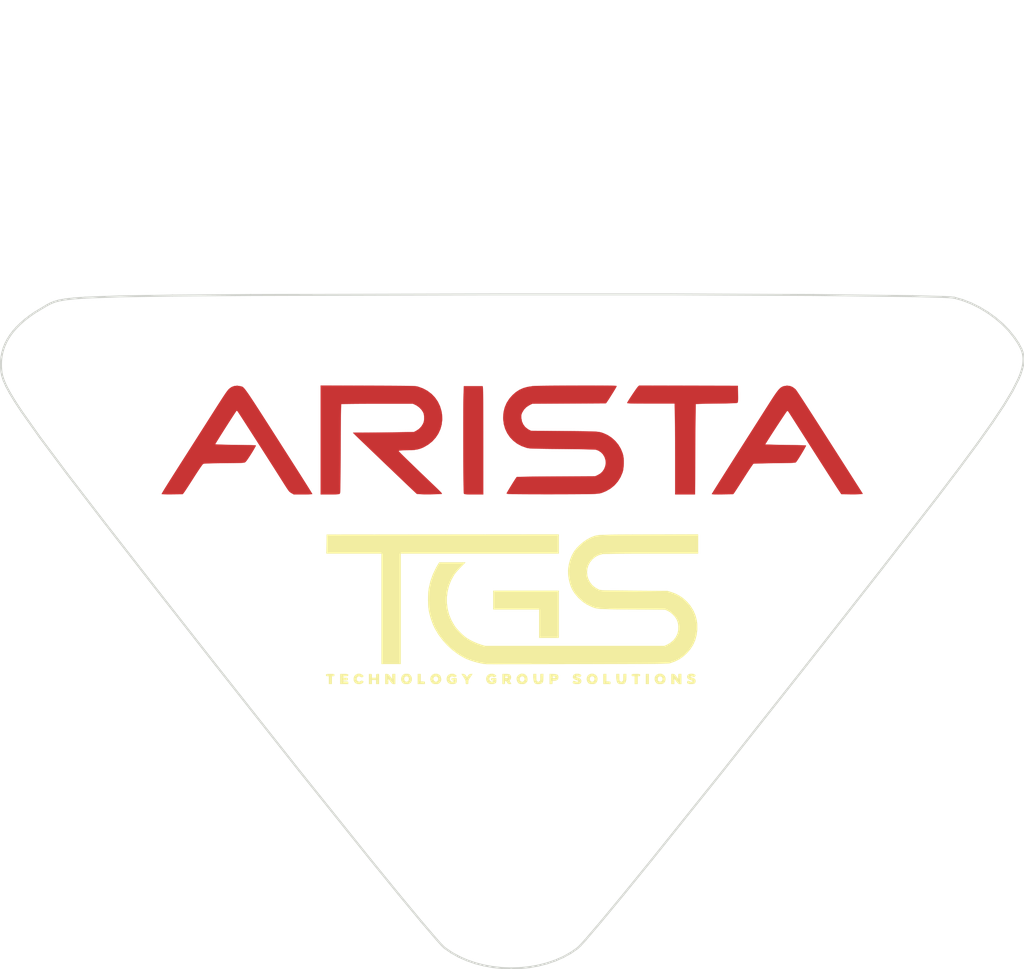
<source format=kicad_pcb>

(kicad_pcb (version 4) (host pcbnew 4.0.7)

	(general
		(links 0)
		(no_connects 0)
		(area 77.052499 41.877835 92.193313 53.630501)
		(thickness 1.6)
		(drawings 8)
		(tracks 0)
		(zones 0)
		(modules 1)
		(nets 1)
	)

	(page A4)
	(layers
		(0 F.Cu signal)
		(31 B.Cu signal)
		(32 B.Adhes user)
		(33 F.Adhes user)
		(34 B.Paste user)
		(35 F.Paste user)
		(36 B.SilkS user)
		(37 F.SilkS user)
		(38 B.Mask user)
		(39 F.Mask user)
		(40 Dwgs.User user)
		(41 Cmts.User user)
		(42 Eco1.User user)
		(43 Eco2.User user)
		(44 Edge.Cuts user)
		(45 Margin user)
		(46 B.CrtYd user)
		(47 F.CrtYd user)
		(48 B.Fab user)
		(49 F.Fab user)
	)

	(setup
		(last_trace_width 0.25)
		(trace_clearance 0.2)
		(zone_clearance 0.508)
		(zone_45_only no)
		(trace_min 0.2)
		(segment_width 0.2)
		(edge_width 0.15)
		(via_size 0.6)
		(via_drill 0.4)
		(via_min_size 0.4)
		(via_min_drill 0.3)
		(uvia_size 0.3)
		(uvia_drill 0.1)
		(uvias_allowed no)
		(uvia_min_size 0.2)
		(uvia_min_drill 0.1)
		(pcb_text_width 0.3)
		(pcb_text_size 1.5 1.5)
		(mod_edge_width 0.15)
		(mod_text_size 1 1)
		(mod_text_width 0.15)
		(pad_size 1.524 1.524)
		(pad_drill 0.762)
		(pad_to_mask_clearance 0.2)
		(aux_axis_origin 0 0)
		(visible_elements FFFFFF7F)
		(pcbplotparams
			(layerselection 0x010f0_80000001)
			(usegerberextensions false)
			(excludeedgelayer true)
			(linewidth 0.100000)
			(plotframeref false)
			(viasonmask false)
			(mode 1)
			(useauxorigin false)
			(hpglpennumber 1)
			(hpglpenspeed 20)
			(hpglpendiameter 15)
			(hpglpenoverlay 2)
			(psnegative false)
			(psa4output false)
			(plotreference true)
			(plotvalue true)
			(plotinvisibletext false)
			(padsonsilk false)
			(subtractmaskfromsilk false)
			(outputformat 1)
			(mirror false)
			(drillshape 1)
			(scaleselection 1)
			(outputdirectory gerbers/))
	)

	(net 0 "")

	(net_class Default "This is the default net class."
		(clearance 0.2)
		(trace_width 0.25)
		(via_dia 0.6)
		(via_drill 0.4)
		(uvia_dia 0.3)
		(uvia_drill 0.1)
	)
(module LOGO (layer F.Cu)
  (at 0 0)
 (fp_text reference "G***" (at 0 0) (layer F.SilkS) hide
  (effects (font (thickness 0.3)))
  )
  (fp_text value "LOGO" (at 0.75 0) (layer F.SilkS) hide
  (effects (font (thickness 0.3)))
  )
)
(module LOGO (layer F.Cu)
  (at 0 0)
 (fp_text reference "G***" (at 0 0) (layer F.SilkS) hide
  (effects (font (thickness 0.3)))
  )
  (fp_text value "LOGO" (at 0.75 0) (layer F.SilkS) hide
  (effects (font (thickness 0.3)))
  )
)
(module LOGO (layer F.Cu)
  (at 0 0)
 (fp_text reference "G***" (at 0 0) (layer F.SilkS) hide
  (effects (font (thickness 0.3)))
  )
  (fp_text value "LOGO" (at 0.75 0) (layer F.SilkS) hide
  (effects (font (thickness 0.3)))
  )
)
(module LOGO (layer F.Cu)
  (at 0 0)
 (fp_text reference "G***" (at 0 0) (layer F.SilkS) hide
  (effects (font (thickness 0.3)))
  )
  (fp_text value "LOGO" (at 0.75 0) (layer F.SilkS) hide
  (effects (font (thickness 0.3)))
  )
  (fp_poly (pts (xy 5.325815 18.192097) (xy 5.349405 18.198147) (xy 5.370558 18.202809) (xy 5.390240 18.207501) (xy 5.409421 18.213639) (xy 5.429067 18.222642) (xy 5.450146 18.235927) (xy 5.473626 18.254912)
     (xy 5.500474 18.281014) (xy 5.531658 18.315650) (xy 5.568146 18.360239) (xy 5.610904 18.416197) (xy 5.660902 18.484943) (xy 5.719106 18.567894) (xy 5.786484 18.666468) (xy 5.864004 18.782081)
     (xy 5.952634 18.916152) (xy 6.053340 19.070098) (xy 6.167091 19.245337) (xy 6.294854 19.443286) (xy 6.437597 19.665363) (xy 6.596287 19.912985) (xy 6.771893 20.187571) (xy 6.965381 20.490536)
     (xy 7.177720 20.823300) (xy 7.409877 21.187280) (xy 7.662819 21.583892) (xy 7.937515 22.014556) (xy 7.972955 22.070109) (xy 8.121968 22.303941) (xy 8.264280 22.527745) (xy 8.398260 22.738931)
     (xy 8.522279 22.934906) (xy 8.634704 23.113077) (xy 8.733908 23.270853) (xy 8.818258 23.405640) (xy 8.886124 23.514846) (xy 8.935877 23.595880) (xy 8.965886 23.646149) (xy 8.974667 23.662901)
     (xy 8.955591 23.671295) (xy 8.897757 23.677688) (xy 8.800258 23.682121) (xy 8.662185 23.684638) (xy 8.503709 23.685302) (xy 8.032750 23.685103) (xy 7.923541 23.622467) (xy 7.889811 23.602924)
     (xy 7.860662 23.584155) (xy 7.833251 23.562345) (xy 7.804736 23.533677) (xy 7.772276 23.494337) (xy 7.733029 23.440508) (xy 7.684151 23.368374) (xy 7.622802 23.274121) (xy 7.546139 23.153932)
     (xy 7.451321 23.003991) (xy 7.387167 22.902333) (xy 7.287881 22.745275) (xy 7.176341 22.569320) (xy 7.054404 22.377367) (xy 6.923929 22.172317) (xy 6.786774 21.957071) (xy 6.644799 21.734527)
     (xy 6.499861 21.507586) (xy 6.353819 21.279149) (xy 6.208532 21.052115) (xy 6.065858 20.829385) (xy 5.927655 20.613858) (xy 5.795782 20.408435) (xy 5.672098 20.216016) (xy 5.558461 20.039500)
     (xy 5.456729 19.881788) (xy 5.368761 19.745780) (xy 5.296415 19.634377) (xy 5.241551 19.550477) (xy 5.206026 19.496982) (xy 5.192566 19.477759) (xy 5.160509 19.440716) (xy 5.140666 19.434212)
     (xy 5.118991 19.455587) (xy 5.113373 19.462750) (xy 5.087065 19.499763) (xy 5.042098 19.566697) (xy 4.981330 19.659065) (xy 4.907612 19.772381) (xy 4.823801 19.902158) (xy 4.732751 20.043910)
     (xy 4.637315 20.193149) (xy 4.540348 20.345389) (xy 4.444705 20.496144) (xy 4.353240 20.640927) (xy 4.268808 20.775251) (xy 4.194262 20.894630) (xy 4.132457 20.994576) (xy 4.086248 21.070604)
     (xy 4.058489 21.118226) (xy 4.051915 21.131198) (xy 4.055497 21.137945) (xy 4.073887 21.143803) (xy 4.110218 21.148902) (xy 4.167627 21.153372) (xy 4.249248 21.157342) (xy 4.358217 21.160944)
     (xy 4.497668 21.164307) (xy 4.670737 21.167562) (xy 4.880558 21.170837) (xy 5.071714 21.173489) (xy 5.276451 21.176395) (xy 5.468019 21.179448) (xy 5.642311 21.182561) (xy 5.795221 21.185643)
     (xy 5.922642 21.188606) (xy 6.020466 21.191360) (xy 6.084587 21.193817) (xy 6.110898 21.195887) (xy 6.111292 21.196070) (xy 6.106972 21.219524) (xy 6.082553 21.271837) (xy 6.041843 21.346931)
     (xy 5.988647 21.438727) (xy 5.926773 21.541147) (xy 5.860026 21.648113) (xy 5.792213 21.753545) (xy 5.727141 21.851365) (xy 5.668615 21.935494) (xy 5.620444 21.999854) (xy 5.586432 22.038367)
     (xy 5.580956 22.042971) (xy 5.566162 22.053183) (xy 5.549006 22.061750) (xy 5.525759 22.068863) (xy 5.492690 22.074711) (xy 5.446072 22.079484) (xy 5.382175 22.083372) (xy 5.297269 22.086566)
     (xy 5.187626 22.089255) (xy 5.049515 22.091629) (xy 4.879208 22.093878) (xy 4.672974 22.096193) (xy 4.500744 22.098000) (xy 4.263001 22.100601) (xy 4.063985 22.103149) (xy 3.900091 22.105793)
     (xy 3.767714 22.108686) (xy 3.663247 22.111977) (xy 3.583085 22.115817) (xy 3.523623 22.120357) (xy 3.481255 22.125748) (xy 3.452375 22.132141) (xy 3.433379 22.139686) (xy 3.428057 22.142849)
     (xy 3.404979 22.168222) (xy 3.362371 22.225210) (xy 3.303142 22.309533) (xy 3.230203 22.416911) (xy 3.146463 22.543062) (xy 3.054831 22.683707) (xy 2.963334 22.826513) (xy 2.865329 22.980201)
     (xy 2.771429 23.126500) (xy 2.684778 23.260579) (xy 2.608525 23.377604) (xy 2.545815 23.472745) (xy 2.499796 23.541169) (xy 2.475627 23.575414) (xy 2.400671 23.674917) (xy 1.867085 23.680572)
     (xy 1.721822 23.681416) (xy 1.591607 23.680839) (xy 1.482083 23.678975) (xy 1.398893 23.675959) (xy 1.347680 23.671925) (xy 1.333500 23.667877) (xy 1.337277 23.655178) (xy 1.349374 23.630178)
     (xy 1.370946 23.591031) (xy 1.403143 23.535886) (xy 1.447118 23.462896) (xy 1.504023 23.370210) (xy 1.575011 23.255981) (xy 1.661234 23.118359) (xy 1.763843 22.955496) (xy 1.883992 22.765543)
     (xy 2.022833 22.546650) (xy 2.181518 22.296969) (xy 2.361199 22.014652) (xy 2.483383 21.822834) (xy 2.641979 21.573891) (xy 2.806339 21.315856) (xy 2.973189 21.053869) (xy 3.139258 20.793070)
     (xy 3.301273 20.538598) (xy 3.455962 20.295595) (xy 3.600051 20.069200) (xy 3.730270 19.864554) (xy 3.843345 19.686796) (xy 3.911785 19.579167) (xy 4.061181 19.344402) (xy 4.189943 19.142658)
     (xy 4.299968 18.971119) (xy 4.393152 18.826964) (xy 4.471392 18.707376) (xy 4.536583 18.609538) (xy 4.590622 18.530630) (xy 4.635407 18.467834) (xy 4.672832 18.418333) (xy 4.704795 18.379307)
     (xy 4.733192 18.347940) (xy 4.755023 18.326075) (xy 4.878700 18.235277) (xy 5.018960 18.181892) (xy 5.170312 18.167209) (xy 5.325815 18.192097) )(layer F.Cu) (width  0.010000)
  )
  (fp_poly (pts (xy 11.795125 18.166249) (xy 12.166295 18.167428) (xy 12.497557 18.168570) (xy 12.791335 18.169720) (xy 13.050054 18.170921) (xy 13.276139 18.172218) (xy 13.472013 18.173655) (xy 13.640103 18.175275)
     (xy 13.782833 18.177122) (xy 13.902628 18.179241) (xy 14.001911 18.181676) (xy 14.083109 18.184470) (xy 14.148645 18.187667) (xy 14.200945 18.191312) (xy 14.242433 18.195449) (xy 14.275534 18.200120)
     (xy 14.302673 18.205372) (xy 14.326274 18.211246) (xy 14.329834 18.212233) (xy 14.588050 18.304896) (xy 14.820707 18.429780) (xy 15.025817 18.584603) (xy 15.201391 18.767084) (xy 15.345442 18.974942)
     (xy 15.455980 19.205896) (xy 15.531019 19.457664) (xy 15.558734 19.622325) (xy 15.570129 19.883125) (xy 15.541371 20.135506) (xy 15.474328 20.376190) (xy 15.370868 20.601896) (xy 15.232857 20.809347)
     (xy 15.062164 20.995263) (xy 14.860656 21.156365) (xy 14.630200 21.289374) (xy 14.601619 21.302862) (xy 14.467208 21.357476) (xy 14.329341 21.397015) (xy 14.178462 21.423143) (xy 14.005012 21.437527)
     (xy 13.804205 21.441834) (xy 13.639096 21.443319) (xy 13.513984 21.447914) (xy 13.426635 21.455830) (xy 13.374811 21.467277) (xy 13.356279 21.482465) (xy 13.356167 21.483936) (xy 13.371521 21.504708)
     (xy 13.417224 21.553904) (xy 13.492738 21.630994) (xy 13.597525 21.735451) (xy 13.731047 21.866749) (xy 13.892767 22.024360) (xy 14.082145 22.207756) (xy 14.298643 22.416410) (xy 14.541725 22.649795)
     (xy 14.710834 22.811738) (xy 14.895587 22.988587) (xy 15.051949 23.138506) (xy 15.182187 23.263762) (xy 15.288567 23.366620) (xy 15.373354 23.449344) (xy 15.438816 23.514201) (xy 15.487217 23.563455)
     (xy 15.520823 23.599372) (xy 15.541902 23.624217) (xy 15.552719 23.640255) (xy 15.555539 23.649752) (xy 15.553559 23.654164) (xy 15.527665 23.659919) (xy 15.466408 23.665313) (xy 15.376758 23.670205)
     (xy 15.265682 23.674452) (xy 15.140152 23.677914) (xy 15.007135 23.680449) (xy 14.873602 23.681915) (xy 14.746523 23.682171) (xy 14.632865 23.681075) (xy 14.539600 23.678486) (xy 14.490679 23.675747)
     (xy 14.281108 23.659903) (xy 14.130846 23.520190) (xy 14.082972 23.475243) (xy 14.009094 23.405299) (xy 13.911849 23.312884) (xy 13.793875 23.200526) (xy 13.657810 23.070752) (xy 13.506292 22.926089)
     (xy 13.341958 22.769063) (xy 13.167447 22.602201) (xy 12.985396 22.428032) (xy 12.798443 22.249081) (xy 12.609226 22.067875) (xy 12.420383 21.886943) (xy 12.234551 21.708810) (xy 12.054368 21.536003)
     (xy 11.882473 21.371051) (xy 11.721502 21.216479) (xy 11.574095 21.074814) (xy 11.442887 20.948585) (xy 11.330519 20.840317) (xy 11.239627 20.752538) (xy 11.172848 20.687774) (xy 11.132822 20.648554)
     (xy 11.124079 20.639744) (xy 11.040409 20.552834) (xy 11.610913 20.550777) (xy 11.758789 20.549987) (xy 11.940827 20.548597) (xy 12.148857 20.546694) (xy 12.374715 20.544363) (xy 12.610231 20.541689)
     (xy 12.847240 20.538760) (xy 13.077574 20.535660) (xy 13.155084 20.534550) (xy 14.128750 20.520380) (xy 14.232256 20.467875) (xy 14.387598 20.367397) (xy 14.510481 20.240410) (xy 14.585172 20.119405)
     (xy 14.618944 20.045711) (xy 14.638928 19.983445) (xy 14.648616 19.915932) (xy 14.651499 19.826499) (xy 14.651567 19.802269) (xy 14.649359 19.702666) (xy 14.640771 19.629522) (xy 14.622857 19.567102)
     (xy 14.596276 19.506988) (xy 14.520269 19.389646) (xy 14.414260 19.278244) (xy 14.290233 19.184140) (xy 14.207449 19.138478) (xy 14.086417 19.081750) (xy 12.273133 19.081750) (xy 11.999645 19.081951)
     (xy 11.738273 19.082535) (xy 11.492119 19.083472) (xy 11.264286 19.084731) (xy 11.057873 19.086284) (xy 10.875984 19.088099) (xy 10.721719 19.090148) (xy 10.598179 19.092401) (xy 10.508467 19.094827)
     (xy 10.455684 19.097396) (xy 10.442216 19.099379) (xy 10.439731 19.122511) (xy 10.437155 19.185202) (xy 10.434522 19.284676) (xy 10.431867 19.418160) (xy 10.429224 19.582878) (xy 10.426629 19.776056)
     (xy 10.424115 19.994918) (xy 10.421717 20.236691) (xy 10.419469 20.498600) (xy 10.417405 20.777870) (xy 10.415561 21.071726) (xy 10.414000 21.371222) (xy 10.412304 21.728970) (xy 10.410733 22.046785)
     (xy 10.409233 22.327064) (xy 10.407749 22.572208) (xy 10.406228 22.784613) (xy 10.404616 22.966681) (xy 10.402857 23.120808) (xy 10.400898 23.249395) (xy 10.398685 23.354840) (xy 10.396162 23.439542)
     (xy 10.393277 23.505900) (xy 10.389974 23.556313) (xy 10.386200 23.593179) (xy 10.381899 23.618898) (xy 10.377019 23.635869) (xy 10.371504 23.646490) (xy 10.365300 23.653160) (xy 10.362330 23.655467)
     (xy 10.339538 23.665831) (xy 10.299923 23.673651) (xy 10.238459 23.679228) (xy 10.150120 23.682861) (xy 10.029881 23.684851) (xy 9.872714 23.685497) (xy 9.859621 23.685500) (xy 9.398000 23.685500)
     (xy 9.398000 18.158838) (xy 11.795125 18.166249) )(layer F.Cu) (width  0.010000)
  )
  (fp_poly (pts (xy 17.635556 18.288000) (xy 17.637363 18.320859) (xy 17.639129 18.393397) (xy 17.640838 18.502958) (xy 17.642476 18.646888) (xy 17.644025 18.822532) (xy 17.645473 19.027236) (xy 17.646802 19.258344)
     (xy 17.647998 19.513201) (xy 17.649045 19.789154) (xy 17.649929 20.083546) (xy 17.650632 20.393724) (xy 17.651142 20.717032) (xy 17.651431 21.034375) (xy 17.653000 23.685500) (xy 17.179342 23.685500)
     (xy 17.023520 23.685176) (xy 16.904667 23.683956) (xy 16.817425 23.681467) (xy 16.756433 23.677335) (xy 16.716330 23.671187) (xy 16.691757 23.662650) (xy 16.677354 23.651351) (xy 16.676634 23.650501)
     (xy 16.671985 23.639177) (xy 16.667809 23.615549) (xy 16.664074 23.577443) (xy 16.660747 23.522684) (xy 16.657799 23.449099) (xy 16.655197 23.354513) (xy 16.652910 23.236752) (xy 16.650907 23.093642)
     (xy 16.649156 22.923008) (xy 16.647626 22.722677) (xy 16.646286 22.490474) (xy 16.645105 22.224224) (xy 16.644050 21.921754) (xy 16.643091 21.580890) (xy 16.642362 21.274543) (xy 16.641801 20.954676)
     (xy 16.641545 20.640911) (xy 16.641581 20.336539) (xy 16.641897 20.044855) (xy 16.642479 19.769150) (xy 16.643316 19.512719) (xy 16.644392 19.278854) (xy 16.645697 19.070849) (xy 16.647217 18.891996)
     (xy 16.648940 18.745590) (xy 16.650852 18.634922) (xy 16.652940 18.563286) (xy 16.652945 18.563167) (xy 16.668750 18.192750) (xy 17.621250 18.192750) (xy 17.635556 18.288000) )(layer F.Cu) (width  0.010000)
  )
  (fp_poly (pts (xy 23.031418 18.161822) (xy 23.270364 18.162089) (xy 23.495380 18.162623) (xy 23.702876 18.163430) (xy 23.889258 18.164518) (xy 24.050935 18.165893) (xy 24.184314 18.167562) (xy 24.285802 18.169533)
     (xy 24.351808 18.171812) (xy 24.377977 18.174150) (xy 24.424870 18.186722) (xy 24.383476 18.267861) (xy 24.357134 18.314916) (xy 24.312739 18.389427) (xy 24.255327 18.483368) (xy 24.189937 18.588713)
     (xy 24.121603 18.697435) (xy 24.055364 18.801510) (xy 23.996255 18.892910) (xy 23.949313 18.963610) (xy 23.925336 18.997928) (xy 23.879421 19.060584) (xy 20.139167 19.081750) (xy 19.999447 19.150540)
     (xy 19.846348 19.248536) (xy 19.720903 19.376474) (xy 19.627880 19.529485) (xy 19.627599 19.530099) (xy 19.599139 19.599028) (xy 19.584357 19.659351) (xy 19.580467 19.728755) (xy 19.583696 19.808973)
     (xy 19.613807 19.979556) (xy 19.680676 20.133576) (xy 19.780997 20.266000) (xy 19.911464 20.371793) (xy 19.977209 20.408431) (xy 20.076584 20.457175) (xy 21.748750 20.471245) (xy 22.060581 20.473912)
     (xy 22.333183 20.476422) (xy 22.569662 20.478935) (xy 22.773122 20.481610) (xy 22.946666 20.484608) (xy 23.093400 20.488086) (xy 23.216427 20.492206) (xy 23.318852 20.497125) (xy 23.403779 20.503004)
     (xy 23.474313 20.510001) (xy 23.533556 20.518277) (xy 23.584615 20.527991) (xy 23.630593 20.539301) (xy 23.674594 20.552368) (xy 23.719723 20.567351) (xy 23.737122 20.573340) (xy 23.960066 20.672106)
     (xy 24.165339 20.805885) (xy 24.348643 20.969830) (xy 24.505678 21.159094) (xy 24.632145 21.368830) (xy 24.723743 21.594190) (xy 24.757961 21.724255) (xy 24.775893 21.849662) (xy 24.783552 21.998401)
     (xy 24.781482 22.157418) (xy 24.770227 22.313664) (xy 24.750329 22.454086) (xy 24.723003 22.563667) (xy 24.618345 22.810942) (xy 24.481493 23.030933) (xy 24.313448 23.222629) (xy 24.115211 23.385018)
     (xy 23.887783 23.517088) (xy 23.703913 23.593769) (xy 23.643451 23.613951) (xy 23.585413 23.629257) (xy 23.521549 23.640752) (xy 23.443611 23.649502) (xy 23.343347 23.656571) (xy 23.212510 23.663025)
     (xy 23.145750 23.665838) (xy 23.067331 23.668107) (xy 22.950742 23.670176) (xy 22.800144 23.672041) (xy 22.619701 23.673697) (xy 22.413574 23.675141) (xy 22.185925 23.676368) (xy 21.940918 23.677375)
     (xy 21.682714 23.678158) (xy 21.415476 23.678712) (xy 21.143366 23.679035) (xy 20.870546 23.679121) (xy 20.601179 23.678966) (xy 20.339427 23.678568) (xy 20.089453 23.677922) (xy 19.855418 23.677023)
     (xy 19.641485 23.675869) (xy 19.451816 23.674454) (xy 19.290574 23.672776) (xy 19.161921 23.670830) (xy 19.108209 23.669684) (xy 18.980756 23.664860) (xy 18.894367 23.657569) (xy 18.847836 23.647676)
     (xy 18.838334 23.639043) (xy 18.849101 23.613833) (xy 18.878788 23.559360) (xy 18.923472 23.482003) (xy 18.979229 23.388141) (xy 19.042138 23.284153) (xy 19.108275 23.176417) (xy 19.173717 23.071313)
     (xy 19.234542 22.975220) (xy 19.286827 22.894516) (xy 19.326648 22.835580) (xy 19.350084 22.804792) (xy 19.352958 22.802217) (xy 19.377323 22.799752) (xy 19.441041 22.797177) (xy 19.541130 22.794533)
     (xy 19.674612 22.791860) (xy 19.838505 22.789197) (xy 20.029829 22.786585) (xy 20.245603 22.784063) (xy 20.482847 22.781672) (xy 20.738581 22.779452) (xy 21.009823 22.777441) (xy 21.293595 22.775682)
     (xy 21.357167 22.775334) (xy 23.336250 22.764750) (xy 23.453633 22.709693) (xy 23.589606 22.631498) (xy 23.694891 22.535405) (xy 23.780450 22.411097) (xy 23.790637 22.392437) (xy 23.849394 22.240938)
     (xy 23.870134 22.085477) (xy 23.855410 21.932102) (xy 23.807779 21.786862) (xy 23.729795 21.655804) (xy 23.624011 21.544977) (xy 23.492985 21.460430) (xy 23.378909 21.417692) (xy 23.338948 21.412613)
     (xy 23.257329 21.407664) (xy 23.134730 21.402859) (xy 22.971826 21.398214) (xy 22.769293 21.393745) (xy 22.527808 21.389466) (xy 22.248046 21.385393) (xy 21.930684 21.381541) (xy 21.653500 21.378661)
     (xy 21.350572 21.375685) (xy 21.086903 21.372973) (xy 20.859421 21.370422) (xy 20.665055 21.367928) (xy 20.500733 21.365386) (xy 20.363381 21.362692) (xy 20.249929 21.359743) (xy 20.157304 21.356435)
     (xy 20.082434 21.352663) (xy 20.022247 21.348323) (xy 19.973670 21.343312) (xy 19.933633 21.337526) (xy 19.899062 21.330860) (xy 19.866885 21.323211) (xy 19.844978 21.317441) (xy 19.597380 21.230110)
     (xy 19.373759 21.109566) (xy 19.176422 20.958809) (xy 19.007674 20.780834) (xy 18.869820 20.578642) (xy 18.765166 20.355230) (xy 18.696016 20.113596) (xy 18.664676 19.856738) (xy 18.662989 19.780250)
     (xy 18.682569 19.518500) (xy 18.741372 19.272627) (xy 18.839489 19.042407) (xy 18.977014 18.827618) (xy 19.134667 18.647207) (xy 19.304144 18.497434) (xy 19.484860 18.379281) (xy 19.682781 18.290228)
     (xy 19.903870 18.227756) (xy 20.154091 18.189343) (xy 20.235334 18.182164) (xy 20.292093 18.179431) (xy 20.385215 18.176867) (xy 20.511108 18.174479) (xy 20.666180 18.172274) (xy 20.846838 18.170259)
     (xy 21.049490 18.168441) (xy 21.270544 18.166827) (xy 21.506407 18.165424) (xy 21.753488 18.164238) (xy 22.008193 18.163278) (xy 22.266931 18.162549) (xy 22.526109 18.162058) (xy 22.782136 18.161814)
     (xy 23.031418 18.161822) )(layer F.Cu) (width  0.010000)
  )
  (fp_poly (pts (xy 30.575250 18.171584) (xy 30.580979 18.586670) (xy 30.582593 18.731591) (xy 30.582629 18.839950) (xy 30.580715 18.917505) (xy 30.576481 18.970011) (xy 30.569556 19.003223) (xy 30.559569 19.022897)
     (xy 30.552388 19.030241) (xy 30.536193 19.037116) (xy 30.503250 19.043120) (xy 30.450447 19.048373) (xy 30.374675 19.052996) (xy 30.272821 19.057109) (xy 30.141777 19.060832) (xy 29.978431 19.064286)
     (xy 29.779672 19.067591) (xy 29.542390 19.070868) (xy 29.483422 19.071613) (xy 29.278183 19.074393) (xy 29.086019 19.077426) (xy 28.911044 19.080618) (xy 28.757371 19.083872) (xy 28.629111 19.087094)
     (xy 28.530377 19.090188) (xy 28.465282 19.093058) (xy 28.437938 19.095610) (xy 28.437403 19.095875) (xy 28.435751 19.118139) (xy 28.433922 19.179992) (xy 28.431947 19.278692) (xy 28.429855 19.411495)
     (xy 28.427677 19.575660) (xy 28.425441 19.768442) (xy 28.423179 19.987099) (xy 28.420919 20.228888) (xy 28.418692 20.491065) (xy 28.416527 20.770889) (xy 28.414455 21.065615) (xy 28.412505 21.372501)
     (xy 28.412362 21.396375) (xy 28.398695 23.685500) (xy 27.389667 23.685500) (xy 27.389602 21.743459) (xy 27.389439 21.450708) (xy 27.388983 21.163217) (xy 27.388258 20.884731) (xy 27.387286 20.618997)
     (xy 27.386090 20.369764) (xy 27.384691 20.140777) (xy 27.383114 19.935783) (xy 27.381380 19.758531) (xy 27.379512 19.612766) (xy 27.377533 19.502236) (xy 27.375687 19.436292) (xy 27.361837 19.071167)
     (xy 26.158669 19.071167) (xy 25.897460 19.071030) (xy 25.675594 19.070572) (xy 25.490082 19.069720) (xy 25.337933 19.068401) (xy 25.216158 19.066545) (xy 25.121767 19.064078) (xy 25.051770 19.060928)
     (xy 25.003178 19.057024) (xy 24.973001 19.052292) (xy 24.958250 19.046661) (xy 24.955500 19.042104) (xy 24.966971 19.015135) (xy 24.998629 18.959735) (xy 25.046341 18.882125) (xy 25.105973 18.788525)
     (xy 25.173391 18.685155) (xy 25.244463 18.578234) (xy 25.315054 18.473983) (xy 25.381032 18.378622) (xy 25.438263 18.298369) (xy 25.482614 18.239447) (xy 25.509436 18.208538) (xy 25.561664 18.160826)
     (xy 30.575250 18.171584) )(layer F.Cu) (width  0.010000)
  )
  (fp_poly (pts (xy 33.211457 18.179167) (xy 33.350521 18.234307) (xy 33.478818 18.330374) (xy 33.504555 18.355933) (xy 33.519962 18.374527) (xy 33.544846 18.408383) (xy 33.579886 18.458552) (xy 33.625760 18.526089)
     (xy 33.683146 18.612047) (xy 33.752724 18.717478) (xy 33.835170 18.843436) (xy 33.931165 18.990974) (xy 34.041385 19.161145) (xy 34.166510 19.355003) (xy 34.307218 19.573601) (xy 34.464187 19.817992)
     (xy 34.638095 20.089228) (xy 34.829622 20.388364) (xy 35.039445 20.716453) (xy 35.268242 21.074547) (xy 35.516693 21.463700) (xy 35.785475 21.884965) (xy 36.075268 22.339395) (xy 36.386748 22.828044)
     (xy 36.535257 23.061084) (xy 36.912915 23.653750) (xy 36.803851 23.670042) (xy 36.748959 23.674785) (xy 36.660261 23.678401) (xy 36.546271 23.680724) (xy 36.415505 23.681590) (xy 36.276479 23.680833)
     (xy 36.259685 23.680625) (xy 35.824584 23.674917) (xy 35.649063 23.410334) (xy 35.612762 23.354884) (xy 35.555589 23.266581) (xy 35.479382 23.148299) (xy 35.385982 23.002910) (xy 35.277226 22.833288)
     (xy 35.154953 22.642305) (xy 35.021002 22.432834) (xy 34.877213 22.207749) (xy 34.725423 21.969923) (xy 34.567473 21.722228) (xy 34.405199 21.467537) (xy 34.328184 21.346584) (xy 34.167936 21.094916)
     (xy 34.013544 20.852549) (xy 33.866596 20.621973) (xy 33.728681 20.405672) (xy 33.601386 20.206137) (xy 33.486299 20.025853) (xy 33.385010 19.867309) (xy 33.299107 19.732992) (xy 33.230178 19.625390)
     (xy 33.179811 19.546990) (xy 33.149594 19.500280) (xy 33.141680 19.488331) (xy 33.110479 19.450320) (xy 33.086309 19.444478) (xy 33.066939 19.456581) (xy 33.048008 19.480093) (xy 33.009409 19.534487)
     (xy 32.953929 19.615489) (xy 32.884354 19.718824) (xy 32.803470 19.840220) (xy 32.714064 19.975403) (xy 32.618922 20.120098) (xy 32.520830 20.270033) (xy 32.422574 20.420933) (xy 32.326941 20.568524)
     (xy 32.236716 20.708533) (xy 32.154687 20.836687) (xy 32.083639 20.948711) (xy 32.026358 21.040331) (xy 31.985632 21.107274) (xy 31.964245 21.145266) (xy 31.961667 21.151927) (xy 31.982155 21.153973)
     (xy 32.040915 21.156481) (xy 32.133889 21.159356) (xy 32.257017 21.162503) (xy 32.406243 21.165824) (xy 32.577508 21.169226) (xy 32.766753 21.172612) (xy 32.969921 21.175887) (xy 32.993542 21.176245)
     (xy 33.198347 21.179480) (xy 33.389950 21.182792) (xy 33.564253 21.186090) (xy 33.717155 21.189284) (xy 33.844559 21.192282) (xy 33.942366 21.194993) (xy 34.006475 21.197326) (xy 34.032789 21.199190)
     (xy 34.033194 21.199356) (xy 34.028067 21.221713) (xy 34.003572 21.273449) (xy 33.963404 21.348445) (xy 33.911260 21.440583) (xy 33.850835 21.543742) (xy 33.785826 21.651803) (xy 33.719928 21.758648)
     (xy 33.656838 21.858158) (xy 33.600252 21.944213) (xy 33.553865 22.010694) (xy 33.521374 22.051482) (xy 33.514471 22.058145) (xy 33.499029 22.065124) (xy 33.468577 22.071168) (xy 33.419894 22.076402)
     (xy 33.349763 22.080948) (xy 33.254965 22.084929) (xy 33.132280 22.088467) (xy 32.978489 22.091685) (xy 32.790374 22.094705) (xy 32.564716 22.097651) (xy 32.439996 22.099098) (xy 32.233229 22.101752)
     (xy 32.038666 22.104885) (xy 31.860543 22.108383) (xy 31.703099 22.112134) (xy 31.570572 22.116025) (xy 31.467199 22.119943) (xy 31.397220 22.123775) (xy 31.364871 22.127407) (xy 31.363798 22.127787)
     (xy 31.344617 22.148915) (xy 31.305589 22.201960) (xy 31.249363 22.282978) (xy 31.178587 22.388025) (xy 31.095912 22.513157) (xy 31.003986 22.654430) (xy 30.905458 22.807900) (xy 30.876984 22.852619)
     (xy 30.776357 23.010589) (xy 30.681264 23.159180) (xy 30.594446 23.294165) (xy 30.518639 23.411314) (xy 30.456584 23.506401) (xy 30.411018 23.575195) (xy 30.384681 23.613468) (xy 30.381495 23.617680)
     (xy 30.335866 23.674917) (xy 29.794100 23.682321) (xy 29.608696 23.684150) (xy 29.463889 23.683968) (xy 29.357987 23.681725) (xy 29.289298 23.677375) (xy 29.256132 23.670870) (xy 29.252334 23.666987)
     (xy 29.263480 23.646476) (xy 29.295958 23.592565) (xy 29.348330 23.507542) (xy 29.419155 23.393693) (xy 29.506994 23.253306) (xy 29.610408 23.088668) (xy 29.727957 22.902066) (xy 29.858201 22.695788)
     (xy 29.999702 22.472120) (xy 30.151020 22.233350) (xy 30.310715 21.981764) (xy 30.477348 21.719651) (xy 30.529201 21.638166) (xy 30.706525 21.359559) (xy 30.883424 21.081594) (xy 31.057854 20.807484)
     (xy 31.227769 20.540444) (xy 31.391127 20.283687) (xy 31.545882 20.040426) (xy 31.689990 19.813876) (xy 31.821407 19.607249) (xy 31.938089 19.423759) (xy 32.037992 19.266620) (xy 32.119071 19.139046)
     (xy 32.174909 19.051136) (xy 32.300369 18.855113) (xy 32.407239 18.692276) (xy 32.498343 18.559289) (xy 32.576502 18.452818) (xy 32.644537 18.369530) (xy 32.705271 18.306088) (xy 32.761524 18.259160)
     (xy 32.816120 18.225410) (xy 32.871879 18.201504) (xy 32.901996 18.191934) (xy 33.061868 18.165021) (xy 33.211457 18.179167) )(layer F.Cu) (width  0.010000)
  )
)
(module LOGO (layer F.Cu)
  (at 0 0)
 (fp_text reference "G***" (at 0 0) (layer F.SilkS) hide
  (effects (font (thickness 0.3)))
  )
  (fp_text value "LOGO" (at 0.75 0) (layer F.SilkS) hide
  (effects (font (thickness 0.3)))
  )
  (fp_poly (pts (xy 5.325815 18.192097) (xy 5.349405 18.198147) (xy 5.370558 18.202809) (xy 5.390240 18.207501) (xy 5.409421 18.213639) (xy 5.429067 18.222642) (xy 5.450146 18.235927) (xy 5.473626 18.254912)
     (xy 5.500474 18.281014) (xy 5.531658 18.315650) (xy 5.568146 18.360239) (xy 5.610904 18.416197) (xy 5.660902 18.484943) (xy 5.719106 18.567894) (xy 5.786484 18.666468) (xy 5.864004 18.782081)
     (xy 5.952634 18.916152) (xy 6.053340 19.070098) (xy 6.167091 19.245337) (xy 6.294854 19.443286) (xy 6.437597 19.665363) (xy 6.596287 19.912985) (xy 6.771893 20.187571) (xy 6.965381 20.490536)
     (xy 7.177720 20.823300) (xy 7.409877 21.187280) (xy 7.662819 21.583892) (xy 7.937515 22.014556) (xy 7.972955 22.070109) (xy 8.121968 22.303941) (xy 8.264280 22.527745) (xy 8.398260 22.738931)
     (xy 8.522279 22.934906) (xy 8.634704 23.113077) (xy 8.733908 23.270853) (xy 8.818258 23.405640) (xy 8.886124 23.514846) (xy 8.935877 23.595880) (xy 8.965886 23.646149) (xy 8.974667 23.662901)
     (xy 8.955591 23.671295) (xy 8.897757 23.677688) (xy 8.800258 23.682121) (xy 8.662185 23.684638) (xy 8.503709 23.685302) (xy 8.032750 23.685103) (xy 7.923541 23.622467) (xy 7.889811 23.602924)
     (xy 7.860662 23.584155) (xy 7.833251 23.562345) (xy 7.804736 23.533677) (xy 7.772276 23.494337) (xy 7.733029 23.440508) (xy 7.684151 23.368374) (xy 7.622802 23.274121) (xy 7.546139 23.153932)
     (xy 7.451321 23.003991) (xy 7.387167 22.902333) (xy 7.287881 22.745275) (xy 7.176341 22.569320) (xy 7.054404 22.377367) (xy 6.923929 22.172317) (xy 6.786774 21.957071) (xy 6.644799 21.734527)
     (xy 6.499861 21.507586) (xy 6.353819 21.279149) (xy 6.208532 21.052115) (xy 6.065858 20.829385) (xy 5.927655 20.613858) (xy 5.795782 20.408435) (xy 5.672098 20.216016) (xy 5.558461 20.039500)
     (xy 5.456729 19.881788) (xy 5.368761 19.745780) (xy 5.296415 19.634377) (xy 5.241551 19.550477) (xy 5.206026 19.496982) (xy 5.192566 19.477759) (xy 5.160509 19.440716) (xy 5.140666 19.434212)
     (xy 5.118991 19.455587) (xy 5.113373 19.462750) (xy 5.087065 19.499763) (xy 5.042098 19.566697) (xy 4.981330 19.659065) (xy 4.907612 19.772381) (xy 4.823801 19.902158) (xy 4.732751 20.043910)
     (xy 4.637315 20.193149) (xy 4.540348 20.345389) (xy 4.444705 20.496144) (xy 4.353240 20.640927) (xy 4.268808 20.775251) (xy 4.194262 20.894630) (xy 4.132457 20.994576) (xy 4.086248 21.070604)
     (xy 4.058489 21.118226) (xy 4.051915 21.131198) (xy 4.055497 21.137945) (xy 4.073887 21.143803) (xy 4.110218 21.148902) (xy 4.167627 21.153372) (xy 4.249248 21.157342) (xy 4.358217 21.160944)
     (xy 4.497668 21.164307) (xy 4.670737 21.167562) (xy 4.880558 21.170837) (xy 5.071714 21.173489) (xy 5.276451 21.176395) (xy 5.468019 21.179448) (xy 5.642311 21.182561) (xy 5.795221 21.185643)
     (xy 5.922642 21.188606) (xy 6.020466 21.191360) (xy 6.084587 21.193817) (xy 6.110898 21.195887) (xy 6.111292 21.196070) (xy 6.106972 21.219524) (xy 6.082553 21.271837) (xy 6.041843 21.346931)
     (xy 5.988647 21.438727) (xy 5.926773 21.541147) (xy 5.860026 21.648113) (xy 5.792213 21.753545) (xy 5.727141 21.851365) (xy 5.668615 21.935494) (xy 5.620444 21.999854) (xy 5.586432 22.038367)
     (xy 5.580956 22.042971) (xy 5.566162 22.053183) (xy 5.549006 22.061750) (xy 5.525759 22.068863) (xy 5.492690 22.074711) (xy 5.446072 22.079484) (xy 5.382175 22.083372) (xy 5.297269 22.086566)
     (xy 5.187626 22.089255) (xy 5.049515 22.091629) (xy 4.879208 22.093878) (xy 4.672974 22.096193) (xy 4.500744 22.098000) (xy 4.263001 22.100601) (xy 4.063985 22.103149) (xy 3.900091 22.105793)
     (xy 3.767714 22.108686) (xy 3.663247 22.111977) (xy 3.583085 22.115817) (xy 3.523623 22.120357) (xy 3.481255 22.125748) (xy 3.452375 22.132141) (xy 3.433379 22.139686) (xy 3.428057 22.142849)
     (xy 3.404979 22.168222) (xy 3.362371 22.225210) (xy 3.303142 22.309533) (xy 3.230203 22.416911) (xy 3.146463 22.543062) (xy 3.054831 22.683707) (xy 2.963334 22.826513) (xy 2.865329 22.980201)
     (xy 2.771429 23.126500) (xy 2.684778 23.260579) (xy 2.608525 23.377604) (xy 2.545815 23.472745) (xy 2.499796 23.541169) (xy 2.475627 23.575414) (xy 2.400671 23.674917) (xy 1.867085 23.680572)
     (xy 1.721822 23.681416) (xy 1.591607 23.680839) (xy 1.482083 23.678975) (xy 1.398893 23.675959) (xy 1.347680 23.671925) (xy 1.333500 23.667877) (xy 1.337277 23.655178) (xy 1.349374 23.630178)
     (xy 1.370946 23.591031) (xy 1.403143 23.535886) (xy 1.447118 23.462896) (xy 1.504023 23.370210) (xy 1.575011 23.255981) (xy 1.661234 23.118359) (xy 1.763843 22.955496) (xy 1.883992 22.765543)
     (xy 2.022833 22.546650) (xy 2.181518 22.296969) (xy 2.361199 22.014652) (xy 2.483383 21.822834) (xy 2.641979 21.573891) (xy 2.806339 21.315856) (xy 2.973189 21.053869) (xy 3.139258 20.793070)
     (xy 3.301273 20.538598) (xy 3.455962 20.295595) (xy 3.600051 20.069200) (xy 3.730270 19.864554) (xy 3.843345 19.686796) (xy 3.911785 19.579167) (xy 4.061181 19.344402) (xy 4.189943 19.142658)
     (xy 4.299968 18.971119) (xy 4.393152 18.826964) (xy 4.471392 18.707376) (xy 4.536583 18.609538) (xy 4.590622 18.530630) (xy 4.635407 18.467834) (xy 4.672832 18.418333) (xy 4.704795 18.379307)
     (xy 4.733192 18.347940) (xy 4.755023 18.326075) (xy 4.878700 18.235277) (xy 5.018960 18.181892) (xy 5.170312 18.167209) (xy 5.325815 18.192097) )(layer F.Mask) (width  0.010000)
  )
  (fp_poly (pts (xy 11.795125 18.166249) (xy 12.166295 18.167428) (xy 12.497557 18.168570) (xy 12.791335 18.169720) (xy 13.050054 18.170921) (xy 13.276139 18.172218) (xy 13.472013 18.173655) (xy 13.640103 18.175275)
     (xy 13.782833 18.177122) (xy 13.902628 18.179241) (xy 14.001911 18.181676) (xy 14.083109 18.184470) (xy 14.148645 18.187667) (xy 14.200945 18.191312) (xy 14.242433 18.195449) (xy 14.275534 18.200120)
     (xy 14.302673 18.205372) (xy 14.326274 18.211246) (xy 14.329834 18.212233) (xy 14.588050 18.304896) (xy 14.820707 18.429780) (xy 15.025817 18.584603) (xy 15.201391 18.767084) (xy 15.345442 18.974942)
     (xy 15.455980 19.205896) (xy 15.531019 19.457664) (xy 15.558734 19.622325) (xy 15.570129 19.883125) (xy 15.541371 20.135506) (xy 15.474328 20.376190) (xy 15.370868 20.601896) (xy 15.232857 20.809347)
     (xy 15.062164 20.995263) (xy 14.860656 21.156365) (xy 14.630200 21.289374) (xy 14.601619 21.302862) (xy 14.467208 21.357476) (xy 14.329341 21.397015) (xy 14.178462 21.423143) (xy 14.005012 21.437527)
     (xy 13.804205 21.441834) (xy 13.639096 21.443319) (xy 13.513984 21.447914) (xy 13.426635 21.455830) (xy 13.374811 21.467277) (xy 13.356279 21.482465) (xy 13.356167 21.483936) (xy 13.371521 21.504708)
     (xy 13.417224 21.553904) (xy 13.492738 21.630994) (xy 13.597525 21.735451) (xy 13.731047 21.866749) (xy 13.892767 22.024360) (xy 14.082145 22.207756) (xy 14.298643 22.416410) (xy 14.541725 22.649795)
     (xy 14.710834 22.811738) (xy 14.895587 22.988587) (xy 15.051949 23.138506) (xy 15.182187 23.263762) (xy 15.288567 23.366620) (xy 15.373354 23.449344) (xy 15.438816 23.514201) (xy 15.487217 23.563455)
     (xy 15.520823 23.599372) (xy 15.541902 23.624217) (xy 15.552719 23.640255) (xy 15.555539 23.649752) (xy 15.553559 23.654164) (xy 15.527665 23.659919) (xy 15.466408 23.665313) (xy 15.376758 23.670205)
     (xy 15.265682 23.674452) (xy 15.140152 23.677914) (xy 15.007135 23.680449) (xy 14.873602 23.681915) (xy 14.746523 23.682171) (xy 14.632865 23.681075) (xy 14.539600 23.678486) (xy 14.490679 23.675747)
     (xy 14.281108 23.659903) (xy 14.130846 23.520190) (xy 14.082972 23.475243) (xy 14.009094 23.405299) (xy 13.911849 23.312884) (xy 13.793875 23.200526) (xy 13.657810 23.070752) (xy 13.506292 22.926089)
     (xy 13.341958 22.769063) (xy 13.167447 22.602201) (xy 12.985396 22.428032) (xy 12.798443 22.249081) (xy 12.609226 22.067875) (xy 12.420383 21.886943) (xy 12.234551 21.708810) (xy 12.054368 21.536003)
     (xy 11.882473 21.371051) (xy 11.721502 21.216479) (xy 11.574095 21.074814) (xy 11.442887 20.948585) (xy 11.330519 20.840317) (xy 11.239627 20.752538) (xy 11.172848 20.687774) (xy 11.132822 20.648554)
     (xy 11.124079 20.639744) (xy 11.040409 20.552834) (xy 11.610913 20.550777) (xy 11.758789 20.549987) (xy 11.940827 20.548597) (xy 12.148857 20.546694) (xy 12.374715 20.544363) (xy 12.610231 20.541689)
     (xy 12.847240 20.538760) (xy 13.077574 20.535660) (xy 13.155084 20.534550) (xy 14.128750 20.520380) (xy 14.232256 20.467875) (xy 14.387598 20.367397) (xy 14.510481 20.240410) (xy 14.585172 20.119405)
     (xy 14.618944 20.045711) (xy 14.638928 19.983445) (xy 14.648616 19.915932) (xy 14.651499 19.826499) (xy 14.651567 19.802269) (xy 14.649359 19.702666) (xy 14.640771 19.629522) (xy 14.622857 19.567102)
     (xy 14.596276 19.506988) (xy 14.520269 19.389646) (xy 14.414260 19.278244) (xy 14.290233 19.184140) (xy 14.207449 19.138478) (xy 14.086417 19.081750) (xy 12.273133 19.081750) (xy 11.999645 19.081951)
     (xy 11.738273 19.082535) (xy 11.492119 19.083472) (xy 11.264286 19.084731) (xy 11.057873 19.086284) (xy 10.875984 19.088099) (xy 10.721719 19.090148) (xy 10.598179 19.092401) (xy 10.508467 19.094827)
     (xy 10.455684 19.097396) (xy 10.442216 19.099379) (xy 10.439731 19.122511) (xy 10.437155 19.185202) (xy 10.434522 19.284676) (xy 10.431867 19.418160) (xy 10.429224 19.582878) (xy 10.426629 19.776056)
     (xy 10.424115 19.994918) (xy 10.421717 20.236691) (xy 10.419469 20.498600) (xy 10.417405 20.777870) (xy 10.415561 21.071726) (xy 10.414000 21.371222) (xy 10.412304 21.728970) (xy 10.410733 22.046785)
     (xy 10.409233 22.327064) (xy 10.407749 22.572208) (xy 10.406228 22.784613) (xy 10.404616 22.966681) (xy 10.402857 23.120808) (xy 10.400898 23.249395) (xy 10.398685 23.354840) (xy 10.396162 23.439542)
     (xy 10.393277 23.505900) (xy 10.389974 23.556313) (xy 10.386200 23.593179) (xy 10.381899 23.618898) (xy 10.377019 23.635869) (xy 10.371504 23.646490) (xy 10.365300 23.653160) (xy 10.362330 23.655467)
     (xy 10.339538 23.665831) (xy 10.299923 23.673651) (xy 10.238459 23.679228) (xy 10.150120 23.682861) (xy 10.029881 23.684851) (xy 9.872714 23.685497) (xy 9.859621 23.685500) (xy 9.398000 23.685500)
     (xy 9.398000 18.158838) (xy 11.795125 18.166249) )(layer F.Mask) (width  0.010000)
  )
  (fp_poly (pts (xy 17.635556 18.288000) (xy 17.637363 18.320859) (xy 17.639129 18.393397) (xy 17.640838 18.502958) (xy 17.642476 18.646888) (xy 17.644025 18.822532) (xy 17.645473 19.027236) (xy 17.646802 19.258344)
     (xy 17.647998 19.513201) (xy 17.649045 19.789154) (xy 17.649929 20.083546) (xy 17.650632 20.393724) (xy 17.651142 20.717032) (xy 17.651431 21.034375) (xy 17.653000 23.685500) (xy 17.179342 23.685500)
     (xy 17.023520 23.685176) (xy 16.904667 23.683956) (xy 16.817425 23.681467) (xy 16.756433 23.677335) (xy 16.716330 23.671187) (xy 16.691757 23.662650) (xy 16.677354 23.651351) (xy 16.676634 23.650501)
     (xy 16.671985 23.639177) (xy 16.667809 23.615549) (xy 16.664074 23.577443) (xy 16.660747 23.522684) (xy 16.657799 23.449099) (xy 16.655197 23.354513) (xy 16.652910 23.236752) (xy 16.650907 23.093642)
     (xy 16.649156 22.923008) (xy 16.647626 22.722677) (xy 16.646286 22.490474) (xy 16.645105 22.224224) (xy 16.644050 21.921754) (xy 16.643091 21.580890) (xy 16.642362 21.274543) (xy 16.641801 20.954676)
     (xy 16.641545 20.640911) (xy 16.641581 20.336539) (xy 16.641897 20.044855) (xy 16.642479 19.769150) (xy 16.643316 19.512719) (xy 16.644392 19.278854) (xy 16.645697 19.070849) (xy 16.647217 18.891996)
     (xy 16.648940 18.745590) (xy 16.650852 18.634922) (xy 16.652940 18.563286) (xy 16.652945 18.563167) (xy 16.668750 18.192750) (xy 17.621250 18.192750) (xy 17.635556 18.288000) )(layer F.Mask) (width  0.010000)
  )
  (fp_poly (pts (xy 23.031418 18.161822) (xy 23.270364 18.162089) (xy 23.495380 18.162623) (xy 23.702876 18.163430) (xy 23.889258 18.164518) (xy 24.050935 18.165893) (xy 24.184314 18.167562) (xy 24.285802 18.169533)
     (xy 24.351808 18.171812) (xy 24.377977 18.174150) (xy 24.424870 18.186722) (xy 24.383476 18.267861) (xy 24.357134 18.314916) (xy 24.312739 18.389427) (xy 24.255327 18.483368) (xy 24.189937 18.588713)
     (xy 24.121603 18.697435) (xy 24.055364 18.801510) (xy 23.996255 18.892910) (xy 23.949313 18.963610) (xy 23.925336 18.997928) (xy 23.879421 19.060584) (xy 20.139167 19.081750) (xy 19.999447 19.150540)
     (xy 19.846348 19.248536) (xy 19.720903 19.376474) (xy 19.627880 19.529485) (xy 19.627599 19.530099) (xy 19.599139 19.599028) (xy 19.584357 19.659351) (xy 19.580467 19.728755) (xy 19.583696 19.808973)
     (xy 19.613807 19.979556) (xy 19.680676 20.133576) (xy 19.780997 20.266000) (xy 19.911464 20.371793) (xy 19.977209 20.408431) (xy 20.076584 20.457175) (xy 21.748750 20.471245) (xy 22.060581 20.473912)
     (xy 22.333183 20.476422) (xy 22.569662 20.478935) (xy 22.773122 20.481610) (xy 22.946666 20.484608) (xy 23.093400 20.488086) (xy 23.216427 20.492206) (xy 23.318852 20.497125) (xy 23.403779 20.503004)
     (xy 23.474313 20.510001) (xy 23.533556 20.518277) (xy 23.584615 20.527991) (xy 23.630593 20.539301) (xy 23.674594 20.552368) (xy 23.719723 20.567351) (xy 23.737122 20.573340) (xy 23.960066 20.672106)
     (xy 24.165339 20.805885) (xy 24.348643 20.969830) (xy 24.505678 21.159094) (xy 24.632145 21.368830) (xy 24.723743 21.594190) (xy 24.757961 21.724255) (xy 24.775893 21.849662) (xy 24.783552 21.998401)
     (xy 24.781482 22.157418) (xy 24.770227 22.313664) (xy 24.750329 22.454086) (xy 24.723003 22.563667) (xy 24.618345 22.810942) (xy 24.481493 23.030933) (xy 24.313448 23.222629) (xy 24.115211 23.385018)
     (xy 23.887783 23.517088) (xy 23.703913 23.593769) (xy 23.643451 23.613951) (xy 23.585413 23.629257) (xy 23.521549 23.640752) (xy 23.443611 23.649502) (xy 23.343347 23.656571) (xy 23.212510 23.663025)
     (xy 23.145750 23.665838) (xy 23.067331 23.668107) (xy 22.950742 23.670176) (xy 22.800144 23.672041) (xy 22.619701 23.673697) (xy 22.413574 23.675141) (xy 22.185925 23.676368) (xy 21.940918 23.677375)
     (xy 21.682714 23.678158) (xy 21.415476 23.678712) (xy 21.143366 23.679035) (xy 20.870546 23.679121) (xy 20.601179 23.678966) (xy 20.339427 23.678568) (xy 20.089453 23.677922) (xy 19.855418 23.677023)
     (xy 19.641485 23.675869) (xy 19.451816 23.674454) (xy 19.290574 23.672776) (xy 19.161921 23.670830) (xy 19.108209 23.669684) (xy 18.980756 23.664860) (xy 18.894367 23.657569) (xy 18.847836 23.647676)
     (xy 18.838334 23.639043) (xy 18.849101 23.613833) (xy 18.878788 23.559360) (xy 18.923472 23.482003) (xy 18.979229 23.388141) (xy 19.042138 23.284153) (xy 19.108275 23.176417) (xy 19.173717 23.071313)
     (xy 19.234542 22.975220) (xy 19.286827 22.894516) (xy 19.326648 22.835580) (xy 19.350084 22.804792) (xy 19.352958 22.802217) (xy 19.377323 22.799752) (xy 19.441041 22.797177) (xy 19.541130 22.794533)
     (xy 19.674612 22.791860) (xy 19.838505 22.789197) (xy 20.029829 22.786585) (xy 20.245603 22.784063) (xy 20.482847 22.781672) (xy 20.738581 22.779452) (xy 21.009823 22.777441) (xy 21.293595 22.775682)
     (xy 21.357167 22.775334) (xy 23.336250 22.764750) (xy 23.453633 22.709693) (xy 23.589606 22.631498) (xy 23.694891 22.535405) (xy 23.780450 22.411097) (xy 23.790637 22.392437) (xy 23.849394 22.240938)
     (xy 23.870134 22.085477) (xy 23.855410 21.932102) (xy 23.807779 21.786862) (xy 23.729795 21.655804) (xy 23.624011 21.544977) (xy 23.492985 21.460430) (xy 23.378909 21.417692) (xy 23.338948 21.412613)
     (xy 23.257329 21.407664) (xy 23.134730 21.402859) (xy 22.971826 21.398214) (xy 22.769293 21.393745) (xy 22.527808 21.389466) (xy 22.248046 21.385393) (xy 21.930684 21.381541) (xy 21.653500 21.378661)
     (xy 21.350572 21.375685) (xy 21.086903 21.372973) (xy 20.859421 21.370422) (xy 20.665055 21.367928) (xy 20.500733 21.365386) (xy 20.363381 21.362692) (xy 20.249929 21.359743) (xy 20.157304 21.356435)
     (xy 20.082434 21.352663) (xy 20.022247 21.348323) (xy 19.973670 21.343312) (xy 19.933633 21.337526) (xy 19.899062 21.330860) (xy 19.866885 21.323211) (xy 19.844978 21.317441) (xy 19.597380 21.230110)
     (xy 19.373759 21.109566) (xy 19.176422 20.958809) (xy 19.007674 20.780834) (xy 18.869820 20.578642) (xy 18.765166 20.355230) (xy 18.696016 20.113596) (xy 18.664676 19.856738) (xy 18.662989 19.780250)
     (xy 18.682569 19.518500) (xy 18.741372 19.272627) (xy 18.839489 19.042407) (xy 18.977014 18.827618) (xy 19.134667 18.647207) (xy 19.304144 18.497434) (xy 19.484860 18.379281) (xy 19.682781 18.290228)
     (xy 19.903870 18.227756) (xy 20.154091 18.189343) (xy 20.235334 18.182164) (xy 20.292093 18.179431) (xy 20.385215 18.176867) (xy 20.511108 18.174479) (xy 20.666180 18.172274) (xy 20.846838 18.170259)
     (xy 21.049490 18.168441) (xy 21.270544 18.166827) (xy 21.506407 18.165424) (xy 21.753488 18.164238) (xy 22.008193 18.163278) (xy 22.266931 18.162549) (xy 22.526109 18.162058) (xy 22.782136 18.161814)
     (xy 23.031418 18.161822) )(layer F.Mask) (width  0.010000)
  )
  (fp_poly (pts (xy 30.575250 18.171584) (xy 30.580979 18.586670) (xy 30.582593 18.731591) (xy 30.582629 18.839950) (xy 30.580715 18.917505) (xy 30.576481 18.970011) (xy 30.569556 19.003223) (xy 30.559569 19.022897)
     (xy 30.552388 19.030241) (xy 30.536193 19.037116) (xy 30.503250 19.043120) (xy 30.450447 19.048373) (xy 30.374675 19.052996) (xy 30.272821 19.057109) (xy 30.141777 19.060832) (xy 29.978431 19.064286)
     (xy 29.779672 19.067591) (xy 29.542390 19.070868) (xy 29.483422 19.071613) (xy 29.278183 19.074393) (xy 29.086019 19.077426) (xy 28.911044 19.080618) (xy 28.757371 19.083872) (xy 28.629111 19.087094)
     (xy 28.530377 19.090188) (xy 28.465282 19.093058) (xy 28.437938 19.095610) (xy 28.437403 19.095875) (xy 28.435751 19.118139) (xy 28.433922 19.179992) (xy 28.431947 19.278692) (xy 28.429855 19.411495)
     (xy 28.427677 19.575660) (xy 28.425441 19.768442) (xy 28.423179 19.987099) (xy 28.420919 20.228888) (xy 28.418692 20.491065) (xy 28.416527 20.770889) (xy 28.414455 21.065615) (xy 28.412505 21.372501)
     (xy 28.412362 21.396375) (xy 28.398695 23.685500) (xy 27.389667 23.685500) (xy 27.389602 21.743459) (xy 27.389439 21.450708) (xy 27.388983 21.163217) (xy 27.388258 20.884731) (xy 27.387286 20.618997)
     (xy 27.386090 20.369764) (xy 27.384691 20.140777) (xy 27.383114 19.935783) (xy 27.381380 19.758531) (xy 27.379512 19.612766) (xy 27.377533 19.502236) (xy 27.375687 19.436292) (xy 27.361837 19.071167)
     (xy 26.158669 19.071167) (xy 25.897460 19.071030) (xy 25.675594 19.070572) (xy 25.490082 19.069720) (xy 25.337933 19.068401) (xy 25.216158 19.066545) (xy 25.121767 19.064078) (xy 25.051770 19.060928)
     (xy 25.003178 19.057024) (xy 24.973001 19.052292) (xy 24.958250 19.046661) (xy 24.955500 19.042104) (xy 24.966971 19.015135) (xy 24.998629 18.959735) (xy 25.046341 18.882125) (xy 25.105973 18.788525)
     (xy 25.173391 18.685155) (xy 25.244463 18.578234) (xy 25.315054 18.473983) (xy 25.381032 18.378622) (xy 25.438263 18.298369) (xy 25.482614 18.239447) (xy 25.509436 18.208538) (xy 25.561664 18.160826)
     (xy 30.575250 18.171584) )(layer F.Mask) (width  0.010000)
  )
  (fp_poly (pts (xy 33.211457 18.179167) (xy 33.350521 18.234307) (xy 33.478818 18.330374) (xy 33.504555 18.355933) (xy 33.519962 18.374527) (xy 33.544846 18.408383) (xy 33.579886 18.458552) (xy 33.625760 18.526089)
     (xy 33.683146 18.612047) (xy 33.752724 18.717478) (xy 33.835170 18.843436) (xy 33.931165 18.990974) (xy 34.041385 19.161145) (xy 34.166510 19.355003) (xy 34.307218 19.573601) (xy 34.464187 19.817992)
     (xy 34.638095 20.089228) (xy 34.829622 20.388364) (xy 35.039445 20.716453) (xy 35.268242 21.074547) (xy 35.516693 21.463700) (xy 35.785475 21.884965) (xy 36.075268 22.339395) (xy 36.386748 22.828044)
     (xy 36.535257 23.061084) (xy 36.912915 23.653750) (xy 36.803851 23.670042) (xy 36.748959 23.674785) (xy 36.660261 23.678401) (xy 36.546271 23.680724) (xy 36.415505 23.681590) (xy 36.276479 23.680833)
     (xy 36.259685 23.680625) (xy 35.824584 23.674917) (xy 35.649063 23.410334) (xy 35.612762 23.354884) (xy 35.555589 23.266581) (xy 35.479382 23.148299) (xy 35.385982 23.002910) (xy 35.277226 22.833288)
     (xy 35.154953 22.642305) (xy 35.021002 22.432834) (xy 34.877213 22.207749) (xy 34.725423 21.969923) (xy 34.567473 21.722228) (xy 34.405199 21.467537) (xy 34.328184 21.346584) (xy 34.167936 21.094916)
     (xy 34.013544 20.852549) (xy 33.866596 20.621973) (xy 33.728681 20.405672) (xy 33.601386 20.206137) (xy 33.486299 20.025853) (xy 33.385010 19.867309) (xy 33.299107 19.732992) (xy 33.230178 19.625390)
     (xy 33.179811 19.546990) (xy 33.149594 19.500280) (xy 33.141680 19.488331) (xy 33.110479 19.450320) (xy 33.086309 19.444478) (xy 33.066939 19.456581) (xy 33.048008 19.480093) (xy 33.009409 19.534487)
     (xy 32.953929 19.615489) (xy 32.884354 19.718824) (xy 32.803470 19.840220) (xy 32.714064 19.975403) (xy 32.618922 20.120098) (xy 32.520830 20.270033) (xy 32.422574 20.420933) (xy 32.326941 20.568524)
     (xy 32.236716 20.708533) (xy 32.154687 20.836687) (xy 32.083639 20.948711) (xy 32.026358 21.040331) (xy 31.985632 21.107274) (xy 31.964245 21.145266) (xy 31.961667 21.151927) (xy 31.982155 21.153973)
     (xy 32.040915 21.156481) (xy 32.133889 21.159356) (xy 32.257017 21.162503) (xy 32.406243 21.165824) (xy 32.577508 21.169226) (xy 32.766753 21.172612) (xy 32.969921 21.175887) (xy 32.993542 21.176245)
     (xy 33.198347 21.179480) (xy 33.389950 21.182792) (xy 33.564253 21.186090) (xy 33.717155 21.189284) (xy 33.844559 21.192282) (xy 33.942366 21.194993) (xy 34.006475 21.197326) (xy 34.032789 21.199190)
     (xy 34.033194 21.199356) (xy 34.028067 21.221713) (xy 34.003572 21.273449) (xy 33.963404 21.348445) (xy 33.911260 21.440583) (xy 33.850835 21.543742) (xy 33.785826 21.651803) (xy 33.719928 21.758648)
     (xy 33.656838 21.858158) (xy 33.600252 21.944213) (xy 33.553865 22.010694) (xy 33.521374 22.051482) (xy 33.514471 22.058145) (xy 33.499029 22.065124) (xy 33.468577 22.071168) (xy 33.419894 22.076402)
     (xy 33.349763 22.080948) (xy 33.254965 22.084929) (xy 33.132280 22.088467) (xy 32.978489 22.091685) (xy 32.790374 22.094705) (xy 32.564716 22.097651) (xy 32.439996 22.099098) (xy 32.233229 22.101752)
     (xy 32.038666 22.104885) (xy 31.860543 22.108383) (xy 31.703099 22.112134) (xy 31.570572 22.116025) (xy 31.467199 22.119943) (xy 31.397220 22.123775) (xy 31.364871 22.127407) (xy 31.363798 22.127787)
     (xy 31.344617 22.148915) (xy 31.305589 22.201960) (xy 31.249363 22.282978) (xy 31.178587 22.388025) (xy 31.095912 22.513157) (xy 31.003986 22.654430) (xy 30.905458 22.807900) (xy 30.876984 22.852619)
     (xy 30.776357 23.010589) (xy 30.681264 23.159180) (xy 30.594446 23.294165) (xy 30.518639 23.411314) (xy 30.456584 23.506401) (xy 30.411018 23.575195) (xy 30.384681 23.613468) (xy 30.381495 23.617680)
     (xy 30.335866 23.674917) (xy 29.794100 23.682321) (xy 29.608696 23.684150) (xy 29.463889 23.683968) (xy 29.357987 23.681725) (xy 29.289298 23.677375) (xy 29.256132 23.670870) (xy 29.252334 23.666987)
     (xy 29.263480 23.646476) (xy 29.295958 23.592565) (xy 29.348330 23.507542) (xy 29.419155 23.393693) (xy 29.506994 23.253306) (xy 29.610408 23.088668) (xy 29.727957 22.902066) (xy 29.858201 22.695788)
     (xy 29.999702 22.472120) (xy 30.151020 22.233350) (xy 30.310715 21.981764) (xy 30.477348 21.719651) (xy 30.529201 21.638166) (xy 30.706525 21.359559) (xy 30.883424 21.081594) (xy 31.057854 20.807484)
     (xy 31.227769 20.540444) (xy 31.391127 20.283687) (xy 31.545882 20.040426) (xy 31.689990 19.813876) (xy 31.821407 19.607249) (xy 31.938089 19.423759) (xy 32.037992 19.266620) (xy 32.119071 19.139046)
     (xy 32.174909 19.051136) (xy 32.300369 18.855113) (xy 32.407239 18.692276) (xy 32.498343 18.559289) (xy 32.576502 18.452818) (xy 32.644537 18.369530) (xy 32.705271 18.306088) (xy 32.761524 18.259160)
     (xy 32.816120 18.225410) (xy 32.871879 18.201504) (xy 32.901996 18.191934) (xy 33.061868 18.165021) (xy 33.211457 18.179167) )(layer F.Mask) (width  0.010000)
  )
)
(module LOGO (layer F.Cu)
  (at 0 0)
 (fp_text reference "G***" (at 0 0) (layer F.SilkS) hide
  (effects (font (thickness 0.3)))
  )
  (fp_text value "LOGO" (at 0.75 0) (layer F.SilkS) hide
  (effects (font (thickness 0.3)))
  )
  (fp_poly (pts (xy 9.980890 32.808656) (xy 10.042341 32.810910) (xy 10.076918 32.817029) (xy 10.092348 32.828944) (xy 10.096360 32.848589) (xy 10.096500 32.861250) (xy 10.089666 32.899068) (xy 10.060614 32.912903)
     (xy 10.033000 32.914167) (xy 9.969500 32.914167) (xy 9.969500 33.316334) (xy 9.821334 33.316334) (xy 9.821334 32.914167) (xy 9.747250 32.914167) (xy 9.697151 32.910213) (xy 9.676641 32.892422)
     (xy 9.673167 32.861250) (xy 9.674455 32.837236) (xy 9.683472 32.821873) (xy 9.707947 32.813229) (xy 9.755609 32.809372) (xy 9.834187 32.808369) (xy 9.884834 32.808334) (xy 9.980890 32.808656) )(layer F.SilkS) (width  0.010000)
  )
  (fp_poly (pts (xy 10.687072 32.808701) (xy 10.745823 32.811195) (xy 10.778099 32.817901) (xy 10.791832 32.830907) (xy 10.794949 32.852299) (xy 10.795000 32.861250) (xy 10.792311 32.890577) (xy 10.777617 32.906411)
     (xy 10.740977 32.912893) (xy 10.672452 32.914166) (xy 10.668000 32.914167) (xy 10.597068 32.915711) (xy 10.558740 32.922497) (xy 10.543335 32.937750) (xy 10.541000 32.956500) (xy 10.546053 32.980965)
     (xy 10.567901 32.993709) (xy 10.616575 32.998382) (xy 10.657417 32.998834) (xy 10.723970 32.999900) (xy 10.758611 33.006888) (xy 10.771759 33.025481) (xy 10.773833 33.061362) (xy 10.773834 33.062334)
     (xy 10.771879 33.098635) (xy 10.759068 33.117530) (xy 10.724980 33.124702) (xy 10.659197 33.125833) (xy 10.657417 33.125834) (xy 10.587211 33.128684) (xy 10.551066 33.138686) (xy 10.541000 33.157584)
     (xy 10.550754 33.176019) (xy 10.585329 33.185917) (xy 10.652698 33.189271) (xy 10.668000 33.189334) (xy 10.738299 33.190165) (xy 10.776243 33.195986) (xy 10.791809 33.211784) (xy 10.794976 33.242550)
     (xy 10.795000 33.252834) (xy 10.795000 33.316334) (xy 10.392834 33.316334) (xy 10.392834 32.808334) (xy 10.593917 32.808334) (xy 10.687072 32.808701) )(layer F.SilkS) (width  0.010000)
  )
  (fp_poly (pts (xy 11.437730 32.805623) (xy 11.494030 32.834792) (xy 11.552013 32.881039) (xy 11.571092 32.916795) (xy 11.552280 32.945669) (xy 11.528814 32.958728) (xy 11.479687 32.971368) (xy 11.434239 32.953243)
     (xy 11.427191 32.948448) (xy 11.377519 32.922678) (xy 11.340624 32.914167) (xy 11.288611 32.932902) (xy 11.244519 32.979729) (xy 11.220085 33.040576) (xy 11.218334 33.060797) (xy 11.234542 33.122841)
     (xy 11.275608 33.169211) (xy 11.330192 33.194866) (xy 11.386956 33.194768) (xy 11.434560 33.163876) (xy 11.438542 33.158674) (xy 11.464270 33.142804) (xy 11.509646 33.151683) (xy 11.517917 33.154706)
     (xy 11.563629 33.177178) (xy 11.573766 33.202289) (xy 11.548659 33.238611) (xy 11.522159 33.264428) (xy 11.453259 33.302681) (xy 11.363890 33.317821) (xy 11.269401 33.309299) (xy 11.185139 33.276572)
     (xy 11.184897 33.276424) (xy 11.116277 33.211133) (xy 11.079119 33.121788) (xy 11.076223 33.017958) (xy 11.107794 32.924162) (xy 11.168766 32.852069) (xy 11.250103 32.805641) (xy 11.342769 32.788838)
     (xy 11.437730 32.805623) )(layer F.SilkS) (width  0.010000)
  )
  (fp_poly (pts (xy 11.972937 32.810367) (xy 11.994492 32.824148) (xy 12.001043 32.861197) (xy 12.001500 32.903584) (xy 12.001500 32.998834) (xy 12.213167 32.998834) (xy 12.213167 32.903584) (xy 12.214748 32.845058)
     (xy 12.225467 32.817344) (xy 12.254283 32.808921) (xy 12.287250 32.808334) (xy 12.361334 32.808334) (xy 12.361334 33.316334) (xy 12.213167 33.316334) (xy 12.213167 33.104667) (xy 12.001500 33.104667)
     (xy 12.001500 33.316334) (xy 11.853334 33.316334) (xy 11.853334 32.808334) (xy 11.927417 32.808334) (xy 11.972937 32.810367) )(layer F.SilkS) (width  0.010000)
  )
  (fp_poly (pts (xy 12.803533 32.811144) (xy 12.837481 32.824517) (xy 12.871672 32.855865) (xy 12.916104 32.912601) (xy 12.934456 32.937795) (xy 13.028084 33.067256) (xy 13.034385 32.937795) (xy 13.040687 32.808334)
     (xy 13.186834 32.808334) (xy 13.186834 33.316334) (xy 13.112236 33.316334) (xy 13.072313 33.313071) (xy 13.039424 33.298517) (xy 13.004530 33.265521) (xy 12.958590 33.206931) (xy 12.937611 33.178202)
     (xy 12.837584 33.040071) (xy 12.831325 33.178202) (xy 12.825066 33.316334) (xy 12.678834 33.316334) (xy 12.678834 32.808334) (xy 12.759831 32.808334) (xy 12.803533 32.811144) )(layer F.SilkS) (width  0.010000)
  )
  (fp_poly (pts (xy 13.833300 32.800267) (xy 13.882503 32.811566) (xy 13.922395 32.837267) (xy 13.949996 32.863227) (xy 14.006866 32.946760) (xy 14.030297 33.042552) (xy 14.020755 33.139629) (xy 13.978706 33.227016)
     (xy 13.932531 33.274718) (xy 13.879261 33.302736) (xy 13.804515 33.315064) (xy 13.758334 33.316334) (xy 13.668973 33.310278) (xy 13.607277 33.290009) (xy 13.584136 33.274718) (xy 13.520549 33.199976)
     (xy 13.489156 33.108185) (xy 13.489897 33.050985) (xy 13.631334 33.050985) (xy 13.646811 33.124762) (xy 13.686765 33.176302) (xy 13.741475 33.201316) (xy 13.801223 33.195515) (xy 13.856288 33.154610)
     (xy 13.858875 33.151401) (xy 13.881861 33.093053) (xy 13.880902 33.022342) (xy 13.856944 32.961145) (xy 13.850303 32.952875) (xy 13.795249 32.917799) (xy 13.734744 32.916660) (xy 13.679949 32.944458)
     (xy 13.642026 32.996192) (xy 13.631334 33.050985) (xy 13.489897 33.050985) (xy 13.490424 33.010319) (xy 13.524818 32.917353) (xy 13.566671 32.863227) (xy 13.609115 32.825634) (xy 13.650558 32.805966)
     (xy 13.707453 32.798602) (xy 13.758334 32.797750) (xy 13.833300 32.800267) )(layer F.SilkS) (width  0.010000)
  )
  (fp_poly (pts (xy 14.478000 33.189334) (xy 14.583834 33.189334) (xy 14.646484 33.190721) (xy 14.677726 33.199251) (xy 14.688478 33.221476) (xy 14.689667 33.252834) (xy 14.689667 33.316334) (xy 14.329834 33.316334)
     (xy 14.329834 32.808334) (xy 14.478000 32.808334) (xy 14.478000 33.189334) )(layer F.SilkS) (width  0.010000)
  )
  (fp_poly (pts (xy 15.376547 32.819874) (xy 15.380609 32.821771) (xy 15.456118 32.878288) (xy 15.500692 32.962275) (xy 15.515167 33.073982) (xy 15.509953 33.142501) (xy 15.488190 33.192881) (xy 15.443200 33.244367)
     (xy 15.397484 33.285777) (xy 15.355746 33.307305) (xy 15.300707 33.315293) (xy 15.247409 33.316228) (xy 15.164665 33.311759) (xy 15.107691 33.295735) (xy 15.066044 33.268603) (xy 14.999679 33.188753)
     (xy 14.968770 33.093901) (xy 14.969039 33.089629) (xy 15.117668 33.089629) (xy 15.153145 33.152525) (xy 15.168771 33.166631) (xy 15.225108 33.202489) (xy 15.270153 33.205400) (xy 15.318376 33.176009)
     (xy 15.321419 33.173459) (xy 15.369506 33.110290) (xy 15.377576 33.040286) (xy 15.345494 32.971459) (xy 15.287563 32.924751) (xy 15.223451 32.917697) (xy 15.161163 32.950928) (xy 15.155334 32.956500)
     (xy 15.118117 33.019911) (xy 15.117668 33.089629) (xy 14.969039 33.089629) (xy 14.975057 32.994175) (xy 15.006310 32.920486) (xy 15.076321 32.842763) (xy 15.166631 32.798698) (xy 15.269340 32.790374)
     (xy 15.376547 32.819874) )(layer F.SilkS) (width  0.010000)
  )
  (fp_poly (pts (xy 16.175817 32.810203) (xy 16.249346 32.855562) (xy 16.250082 32.856294) (xy 16.301205 32.907417) (xy 16.245063 32.944203) (xy 16.203284 32.967636) (xy 16.175799 32.965893) (xy 16.152002 32.947578)
     (xy 16.090911 32.917234) (xy 16.025460 32.925655) (xy 15.980834 32.956500) (xy 15.944233 33.019054) (xy 15.946444 33.088294) (xy 15.987029 33.155040) (xy 15.990455 33.158546) (xy 16.038890 33.199063)
     (xy 16.080054 33.207933) (xy 16.130265 33.188656) (xy 16.130392 33.188589) (xy 16.166645 33.159530) (xy 16.162469 33.136963) (xy 16.119747 33.126132) (xy 16.107834 33.125834) (xy 16.062452 33.120138)
     (xy 16.045850 33.095928) (xy 16.044334 33.072917) (xy 16.047023 33.043590) (xy 16.061717 33.027756) (xy 16.098356 33.021274) (xy 16.166882 33.020001) (xy 16.171334 33.020000) (xy 16.298334 33.020000)
     (xy 16.298334 33.135873) (xy 16.296301 33.204162) (xy 16.286356 33.243865) (xy 16.262727 33.268678) (xy 16.235885 33.284040) (xy 16.156999 33.308357) (xy 16.062623 33.314488) (xy 15.971800 33.302718)
     (xy 15.912162 33.279190) (xy 15.844107 33.213990) (xy 15.805523 33.127498) (xy 15.798364 33.030596) (xy 15.824587 32.934166) (xy 15.843929 32.899577) (xy 15.906509 32.839388) (xy 15.991369 32.803504)
     (xy 16.085481 32.793313) (xy 16.175817 32.810203) )(layer F.SilkS) (width  0.010000)
  )
  (fp_poly (pts (xy 16.693121 32.813621) (xy 16.731173 32.836874) (xy 16.764000 32.882417) (xy 16.796548 32.928743) (xy 16.822298 32.954572) (xy 16.827500 32.956500) (xy 16.848700 32.940122) (xy 16.880172 32.899191)
     (xy 16.891000 32.882417) (xy 16.927226 32.833465) (xy 16.966442 32.812476) (xy 17.020278 32.808334) (xy 17.103769 32.808334) (xy 16.997385 32.959820) (xy 16.944004 33.038966) (xy 16.911930 33.097351)
     (xy 16.896015 33.147262) (xy 16.891112 33.200988) (xy 16.891000 33.213820) (xy 16.889488 33.275211) (xy 16.880371 33.305366) (xy 16.856779 33.315375) (xy 16.827500 33.316334) (xy 16.788593 33.313618)
     (xy 16.770071 33.297847) (xy 16.764388 33.257588) (xy 16.764000 33.220128) (xy 16.759996 33.165642) (xy 16.744702 33.113725) (xy 16.713199 33.052638) (xy 16.660567 32.970646) (xy 16.657522 32.966128)
     (xy 16.551043 32.808334) (xy 16.634629 32.808334) (xy 16.693121 32.813621) )(layer F.SilkS) (width  0.010000)
  )
  (fp_poly (pts (xy 18.216894 32.822878) (xy 18.265588 32.859924) (xy 18.313446 32.910867) (xy 18.249936 32.943709) (xy 18.204167 32.963885) (xy 18.177683 32.961641) (xy 18.160538 32.945359) (xy 18.113232 32.917863)
     (xy 18.053079 32.920754) (xy 17.995498 32.952910) (xy 17.990419 32.957748) (xy 17.958035 33.013579) (xy 17.955729 33.075817) (xy 17.977728 33.134618) (xy 18.018258 33.180138) (xy 18.071549 33.202531)
     (xy 18.128639 33.193464) (xy 18.172874 33.164582) (xy 18.176933 33.140563) (xy 18.141646 33.127045) (xy 18.118667 33.125834) (xy 18.073285 33.120138) (xy 18.056683 33.095928) (xy 18.055167 33.072917)
     (xy 18.057856 33.043590) (xy 18.072550 33.027756) (xy 18.109190 33.021274) (xy 18.177715 33.020001) (xy 18.182167 33.020000) (xy 18.309167 33.020000) (xy 18.309167 33.131853) (xy 18.306706 33.199538)
     (xy 18.295286 33.239586) (xy 18.268849 33.266597) (xy 18.247693 33.280020) (xy 18.165932 33.308554) (xy 18.067472 33.315212) (xy 17.971727 33.300206) (xy 17.915897 33.276424) (xy 17.851662 33.214451)
     (xy 17.813957 33.130654) (xy 17.804306 33.037365) (xy 17.824230 32.946919) (xy 17.866956 32.879980) (xy 17.943445 32.824581) (xy 18.035557 32.796180) (xy 18.130853 32.795404) (xy 18.216894 32.822878) )(layer F.SilkS) (width  0.010000)
  )
  (fp_poly (pts (xy 18.893024 32.809192) (xy 18.949435 32.813631) (xy 18.985042 32.824444) (xy 19.010605 32.844425) (xy 19.029209 32.866535) (xy 19.060959 32.936266) (xy 19.061727 33.013551) (xy 19.032820 33.082363)
     (xy 19.009632 33.106990) (xy 18.984927 33.130012) (xy 18.980971 33.151765) (xy 18.999035 33.186321) (xy 19.019572 33.216992) (xy 19.051144 33.265919) (xy 19.069381 33.298950) (xy 19.071167 33.304627)
     (xy 19.052449 33.312143) (xy 19.006043 33.316096) (xy 18.991792 33.316276) (xy 18.937769 33.311326) (xy 18.903173 33.289200) (xy 18.870986 33.238834) (xy 18.870084 33.237151) (xy 18.835329 33.186031)
     (xy 18.800042 33.154569) (xy 18.790709 33.150990) (xy 18.766689 33.153900) (xy 18.755852 33.181291) (xy 18.753667 33.230115) (xy 18.751275 33.285045) (xy 18.738192 33.309715) (xy 18.705555 33.316157)
     (xy 18.690167 33.316334) (xy 18.626667 33.316334) (xy 18.626667 32.967084) (xy 18.753667 32.967084) (xy 18.759135 33.002754) (xy 18.783821 33.017443) (xy 18.828414 33.020000) (xy 18.890986 33.009937)
     (xy 18.916165 32.986114) (xy 18.912853 32.948261) (xy 18.874003 32.923041) (xy 18.811875 32.914491) (xy 18.769014 32.921185) (xy 18.754447 32.949652) (xy 18.753667 32.967084) (xy 18.626667 32.967084)
     (xy 18.626667 32.808334) (xy 18.805047 32.808334) (xy 18.893024 32.809192) )(layer F.SilkS) (width  0.010000)
  )
  (fp_poly (pts (xy 19.728882 32.805552) (xy 19.812783 32.857639) (xy 19.869833 32.938829) (xy 19.895620 33.044520) (xy 19.896667 33.073008) (xy 19.891560 33.141941) (xy 19.870119 33.192286) (xy 19.824700 33.244367)
     (xy 19.779094 33.285696) (xy 19.737450 33.307247) (xy 19.682570 33.315323) (xy 19.628327 33.316334) (xy 19.526888 33.308191) (xy 19.458784 33.284561) (xy 19.454641 33.281817) (xy 19.403442 33.225562)
     (xy 19.364667 33.145495) (xy 19.346773 33.059954) (xy 19.346692 33.057042) (xy 19.494824 33.057042) (xy 19.504363 33.122343) (xy 19.539008 33.166040) (xy 19.568584 33.185207) (xy 19.622761 33.207245)
     (xy 19.668368 33.198435) (xy 19.707350 33.171465) (xy 19.745491 33.118113) (xy 19.754379 33.053630) (xy 19.737726 32.990179) (xy 19.699247 32.939925) (xy 19.642654 32.915033) (xy 19.628803 32.914167)
     (xy 19.567698 32.933103) (xy 19.519063 32.980990) (xy 19.495448 33.044446) (xy 19.494824 33.057042) (xy 19.346692 33.057042) (xy 19.346413 33.047138) (xy 19.366133 32.958936) (xy 19.418820 32.880822)
     (xy 19.495127 32.821597) (xy 19.585706 32.790061) (xy 19.622542 32.787167) (xy 19.728882 32.805552) )(layer F.SilkS) (width  0.010000)
  )
  (fp_poly (pts (xy 20.341167 32.977179) (xy 20.342190 33.062526) (xy 20.347097 33.116148) (xy 20.358641 33.148638) (xy 20.379578 33.170589) (xy 20.394084 33.180697) (xy 20.435511 33.203092) (xy 20.468085 33.199470)
     (xy 20.499917 33.180697) (xy 20.526455 33.160043) (xy 20.542252 33.134035) (xy 20.550064 33.092081) (xy 20.552644 33.023587) (xy 20.552834 32.977179) (xy 20.552834 32.808334) (xy 20.705087 32.808334)
     (xy 20.697752 33.011274) (xy 20.693565 33.106364) (xy 20.687525 33.169181) (xy 20.676992 33.209780) (xy 20.659325 33.238215) (xy 20.631881 33.264540) (xy 20.631028 33.265274) (xy 20.565498 33.299779)
     (xy 20.479460 33.317172) (xy 20.389248 33.316805) (xy 20.311196 33.298027) (xy 20.278967 33.279292) (xy 20.235705 33.218743) (xy 20.207340 33.120233) (xy 20.194335 32.985600) (xy 20.193505 32.940625)
     (xy 20.193000 32.808334) (xy 20.341167 32.808334) (xy 20.341167 32.977179) )(layer F.SilkS) (width  0.010000)
  )
  (fp_poly (pts (xy 21.310643 32.812911) (xy 21.387242 32.829165) (xy 21.434179 32.860878) (xy 21.457417 32.911832) (xy 21.463000 32.976131) (xy 21.445734 33.057518) (xy 21.395290 33.113699) (xy 21.313696 33.142974)
     (xy 21.259062 33.147000) (xy 21.166667 33.147000) (xy 21.166667 33.231667) (xy 21.164424 33.285876) (xy 21.150576 33.309967) (xy 21.114444 33.316144) (xy 21.092584 33.316334) (xy 21.018500 33.316334)
     (xy 21.018500 32.967084) (xy 21.166667 32.967084) (xy 21.172441 33.003272) (xy 21.198136 33.017780) (xy 21.238486 33.020000) (xy 21.295870 33.010840) (xy 21.322364 32.988573) (xy 21.315948 32.955559)
     (xy 21.278882 32.928326) (xy 21.222805 32.914608) (xy 21.210392 32.914167) (xy 21.176301 32.925899) (xy 21.166667 32.967084) (xy 21.018500 32.967084) (xy 21.018500 32.808334) (xy 21.198417 32.808334)
     (xy 21.310643 32.812911) )(layer F.SilkS) (width  0.010000)
  )
  (fp_poly (pts (xy 22.497143 32.800969) (xy 22.555176 32.821329) (xy 22.606317 32.848485) (xy 22.623001 32.871576) (xy 22.609938 32.902598) (xy 22.595099 32.923018) (xy 22.566215 32.950060) (xy 22.531185 32.947633)
     (xy 22.510110 32.938893) (xy 22.447124 32.918783) (xy 22.392376 32.915676) (xy 22.357929 32.929179) (xy 22.352000 32.944056) (xy 22.371796 32.968131) (xy 22.425766 32.986249) (xy 22.436044 32.988145)
     (xy 22.533611 33.018584) (xy 22.597847 33.069999) (xy 22.626056 33.139979) (xy 22.627167 33.159120) (xy 22.615103 33.233226) (xy 22.576153 33.282130) (xy 22.506178 33.308822) (xy 22.409627 33.316334)
     (xy 22.309984 33.309697) (xy 22.241990 33.290680) (xy 22.230468 33.283915) (xy 22.198946 33.254074) (xy 22.199617 33.219720) (xy 22.208239 33.198700) (xy 22.232910 33.163397) (xy 22.255106 33.155660)
     (xy 22.350638 33.191392) (xy 22.417499 33.203445) (xy 22.461580 33.192587) (xy 22.472194 33.184045) (xy 22.487745 33.163782) (xy 22.480602 33.148561) (xy 22.444106 33.132695) (xy 22.393679 33.117017)
     (xy 22.290712 33.076884) (xy 22.227640 33.028112) (xy 22.202450 32.968037) (xy 22.213125 32.893997) (xy 22.216982 32.883365) (xy 22.256607 32.834533) (xy 22.324187 32.803115) (xy 22.408205 32.791223)
     (xy 22.497143 32.800969) )(layer F.SilkS) (width  0.010000)
  )
  (fp_poly (pts (xy 23.248361 32.798886) (xy 23.332099 32.837431) (xy 23.399440 32.900573) (xy 23.441915 32.984834) (xy 23.452355 33.058093) (xy 23.435659 33.151562) (xy 23.390501 33.235950) (xy 23.342245 33.283299)
     (xy 23.278818 33.308152) (xy 23.193980 33.317338) (xy 23.105260 33.311300) (xy 23.030184 33.290481) (xy 23.003303 33.274718) (xy 22.940126 33.200256) (xy 22.908634 33.108465) (xy 22.909070 33.050985)
     (xy 23.050500 33.050985) (xy 23.065978 33.124762) (xy 23.105932 33.176302) (xy 23.160642 33.201316) (xy 23.220390 33.195515) (xy 23.275455 33.154610) (xy 23.278042 33.151401) (xy 23.301028 33.093053)
     (xy 23.300069 33.022342) (xy 23.276110 32.961145) (xy 23.269470 32.952875) (xy 23.214415 32.917799) (xy 23.153911 32.916660) (xy 23.099116 32.944458) (xy 23.061193 32.996192) (xy 23.050500 33.050985)
     (xy 22.909070 33.050985) (xy 22.909376 33.010700) (xy 22.942904 32.918315) (xy 22.983464 32.865600) (xy 23.065574 32.809493) (xy 23.156696 32.788414) (xy 23.248361 32.798886) )(layer F.SilkS) (width  0.010000)
  )
  (fp_poly (pts (xy 23.897167 33.189334) (xy 24.003000 33.189334) (xy 24.065651 33.190721) (xy 24.096893 33.199251) (xy 24.107645 33.221476) (xy 24.108834 33.252834) (xy 24.108834 33.316334) (xy 23.749000 33.316334)
     (xy 23.749000 32.808334) (xy 23.897167 32.808334) (xy 23.897167 33.189334) )(layer F.SilkS) (width  0.010000)
  )
  (fp_poly (pts (xy 24.553334 32.977179) (xy 24.554357 33.062526) (xy 24.559264 33.116148) (xy 24.570808 33.148638) (xy 24.591744 33.170589) (xy 24.606250 33.180697) (xy 24.647678 33.203092) (xy 24.680251 33.199470)
     (xy 24.712084 33.180697) (xy 24.738621 33.160043) (xy 24.754419 33.134035) (xy 24.762231 33.092081) (xy 24.764811 33.023587) (xy 24.765000 32.977179) (xy 24.765000 32.808334) (xy 24.913167 32.808334)
     (xy 24.913167 32.967763) (xy 24.904284 33.103774) (xy 24.878213 33.207004) (xy 24.835821 33.274706) (xy 24.810517 33.293463) (xy 24.752201 33.310248) (xy 24.672918 33.315994) (xy 24.590150 33.311227)
     (xy 24.521377 33.296475) (xy 24.495366 33.283959) (xy 24.449091 33.226381) (xy 24.419253 33.130285) (xy 24.406003 32.996229) (xy 24.405285 32.951209) (xy 24.405167 32.808334) (xy 24.553334 32.808334)
     (xy 24.553334 32.977179) )(layer F.SilkS) (width  0.010000)
  )
  (fp_poly (pts (xy 25.496056 32.808656) (xy 25.557508 32.810910) (xy 25.592084 32.817029) (xy 25.607514 32.828944) (xy 25.611527 32.848589) (xy 25.611667 32.861250) (xy 25.604832 32.899068) (xy 25.575780 32.912903)
     (xy 25.548167 32.914167) (xy 25.484667 32.914167) (xy 25.484667 33.316334) (xy 25.336500 33.316334) (xy 25.336500 32.914167) (xy 25.262417 32.914167) (xy 25.212317 32.910213) (xy 25.191807 32.892422)
     (xy 25.188334 32.861250) (xy 25.189622 32.837236) (xy 25.198639 32.821873) (xy 25.223114 32.813229) (xy 25.270776 32.809372) (xy 25.349354 32.808369) (xy 25.400000 32.808334) (xy 25.496056 32.808656) )(layer F.SilkS) (width  0.010000)
  )
  (fp_poly (pts (xy 26.056167 33.316334) (xy 25.908000 33.316334) (xy 25.908000 32.808334) (xy 26.056167 32.808334) (xy 26.056167 33.316334) )(layer F.SilkS) (width  0.010000)
  )
  (fp_poly (pts (xy 26.722590 32.807073) (xy 26.777687 32.835427) (xy 26.855439 32.910337) (xy 26.897020 33.001693) (xy 26.900399 33.101822) (xy 26.871204 33.189100) (xy 26.822525 33.257810) (xy 26.757565 33.298175)
     (xy 26.666839 33.315061) (xy 26.623291 33.316334) (xy 26.546515 33.312917) (xy 26.494227 33.299001) (xy 26.448876 33.269084) (xy 26.435420 33.257439) (xy 26.380311 33.181858) (xy 26.354277 33.087657)
     (xy 26.354909 33.075645) (xy 26.504557 33.075645) (xy 26.517949 33.138418) (xy 26.550338 33.175263) (xy 26.564167 33.183092) (xy 26.635936 33.199195) (xy 26.700678 33.177486) (xy 26.728209 33.151401)
     (xy 26.752748 33.092433) (xy 26.751697 33.024461) (xy 26.726923 32.966017) (xy 26.707624 32.947117) (xy 26.636718 32.916564) (xy 26.574365 32.923640) (xy 26.527975 32.963657) (xy 26.504953 33.031926)
     (xy 26.504557 33.075645) (xy 26.354909 33.075645) (xy 26.359481 32.988897) (xy 26.383873 32.922701) (xy 26.445440 32.849500) (xy 26.529784 32.804196) (xy 26.625852 32.789237) (xy 26.722590 32.807073) )(layer F.SilkS) (width  0.010000)
  )
  (fp_poly (pts (xy 27.323867 32.811144) (xy 27.357814 32.824517) (xy 27.392005 32.855865) (xy 27.436438 32.912601) (xy 27.454789 32.937795) (xy 27.548417 33.067256) (xy 27.554719 32.937795) (xy 27.561020 32.808334)
     (xy 27.707167 32.808334) (xy 27.707167 33.316334) (xy 27.633793 33.316334) (xy 27.594614 33.312868) (xy 27.561276 33.297859) (xy 27.524936 33.264392) (xy 27.476756 33.205551) (xy 27.453876 33.175594)
     (xy 27.347334 33.034854) (xy 27.347334 33.316334) (xy 27.199167 33.316334) (xy 27.199167 32.808334) (xy 27.280164 32.808334) (xy 27.323867 32.811144) )(layer F.SilkS) (width  0.010000)
  )
  (fp_poly (pts (xy 28.301156 32.800980) (xy 28.353430 32.817837) (xy 28.406413 32.844168) (xy 28.422987 32.869753) (xy 28.407441 32.905503) (xy 28.394766 32.923018) (xy 28.365881 32.950060) (xy 28.330852 32.947633)
     (xy 28.309776 32.938893) (xy 28.252524 32.920203) (xy 28.199926 32.914635) (xy 28.164236 32.922087) (xy 28.156804 32.940160) (xy 28.180861 32.961348) (xy 28.231349 32.984311) (xy 28.256964 32.992644)
     (xy 28.348557 33.028737) (xy 28.403136 33.075559) (xy 28.425615 33.137974) (xy 28.426834 33.160864) (xy 28.414463 33.234315) (xy 28.374709 33.282808) (xy 28.303610 33.309177) (xy 28.209293 33.316334)
     (xy 28.109650 33.309697) (xy 28.041657 33.290680) (xy 28.030135 33.283915) (xy 27.998534 33.253835) (xy 27.999480 33.219106) (xy 28.007656 33.199248) (xy 28.028835 33.160867) (xy 28.053151 33.149957)
     (xy 28.094112 33.164096) (xy 28.122789 33.178620) (xy 28.197165 33.206876) (xy 28.251019 33.201577) (xy 28.277608 33.180026) (xy 28.285943 33.160499) (xy 28.268885 33.143854) (xy 28.219690 33.125093)
     (xy 28.192014 33.116621) (xy 28.089425 33.076462) (xy 28.026751 33.027428) (xy 28.002044 32.966926) (xy 28.013355 32.892364) (xy 28.016649 32.883365) (xy 28.056351 32.834510) (xy 28.124423 32.803051)
     (xy 28.209734 32.791152) (xy 28.301156 32.800980) )(layer F.SilkS) (width  0.010000)
  )
  (fp_poly (pts (xy 28.553834 26.691167) (xy 26.209625 26.691586) (xy 25.836060 26.691847) (xy 25.486587 26.692480) (xy 25.163004 26.693472) (xy 24.867103 26.694805) (xy 24.600682 26.696466) (xy 24.365533 26.698437)
     (xy 24.163454 26.700705) (xy 23.996237 26.703254) (xy 23.865680 26.706068) (xy 23.773575 26.709131) (xy 23.721720 26.712429) (xy 23.717250 26.712981) (xy 23.529248 26.760444) (xy 23.356660 26.847240)
     (xy 23.200203 26.973004) (xy 23.192146 26.980979) (xy 23.068570 27.131783) (xy 22.982116 27.295963) (xy 22.931699 27.468667) (xy 22.916231 27.645046) (xy 22.934626 27.820249) (xy 22.985798 27.989424)
     (xy 23.068661 28.147721) (xy 23.182127 28.290290) (xy 23.325112 28.412279) (xy 23.496528 28.508838) (xy 23.538237 28.526301) (xy 23.558191 28.533136) (xy 23.583045 28.539140) (xy 23.615675 28.544391)
     (xy 23.658958 28.548970) (xy 23.715769 28.552954) (xy 23.788985 28.556424) (xy 23.881482 28.559458) (xy 23.996136 28.562136) (xy 24.135822 28.564535) (xy 24.303419 28.566737) (xy 24.501800 28.568819)
     (xy 24.733843 28.570861) (xy 25.002424 28.572941) (xy 25.310418 28.575140) (xy 25.315334 28.575174) (xy 26.998084 28.586861) (xy 27.187795 28.645643) (xy 27.427143 28.735773) (xy 27.642240 28.852227)
     (xy 27.803477 28.967156) (xy 28.005325 29.151286) (xy 28.177166 29.359301) (xy 28.316372 29.586410) (xy 28.420315 29.827820) (xy 28.486367 30.078737) (xy 28.508317 30.252612) (xy 28.512121 30.549741)
     (xy 28.479694 30.825842) (xy 28.410363 31.082862) (xy 28.303450 31.322750) (xy 28.158281 31.547454) (xy 27.992917 31.739810) (xy 27.804055 31.913312) (xy 27.603602 32.053276) (xy 27.382356 32.165251)
     (xy 27.146250 32.250233) (xy 27.130368 32.254620) (xy 27.111617 32.258672) (xy 27.088289 32.262408) (xy 27.058677 32.265845) (xy 27.021072 32.269002) (xy 26.973768 32.271896) (xy 26.915056 32.274546)
     (xy 26.843229 32.276969) (xy 26.756579 32.279185) (xy 26.653398 32.281210) (xy 26.531980 32.283063) (xy 26.390615 32.284762) (xy 26.227598 32.286325) (xy 26.041218 32.287770) (xy 25.829771 32.289115)
     (xy 25.591546 32.290379) (xy 25.324838 32.291579) (xy 25.027937 32.292734) (xy 24.699137 32.293861) (xy 24.336730 32.294979) (xy 23.939008 32.296105) (xy 23.504264 32.297258) (xy 23.030789 32.298456)
     (xy 22.516877 32.299717) (xy 22.457834 32.299860) (xy 22.020321 32.300893) (xy 21.593445 32.301846) (xy 21.179183 32.302718) (xy 20.779513 32.303506) (xy 20.396414 32.304208) (xy 20.031866 32.304821)
     (xy 19.687845 32.305344) (xy 19.366330 32.305775) (xy 19.069301 32.306110) (xy 18.798734 32.306348) (xy 18.556610 32.306486) (xy 18.344906 32.306523) (xy 18.165601 32.306456) (xy 18.020672 32.306283)
     (xy 17.912100 32.306001) (xy 17.841861 32.305609) (xy 17.811935 32.305104) (xy 17.811750 32.305092) (xy 17.628057 32.282662) (xy 17.421894 32.241004) (xy 17.206349 32.183865) (xy 16.994507 32.114993)
     (xy 16.799454 32.038136) (xy 16.677015 31.980092) (xy 16.378912 31.803150) (xy 16.093715 31.590095) (xy 15.826898 31.346492) (xy 15.583939 31.077904) (xy 15.370312 30.789897) (xy 15.191493 30.488034)
     (xy 15.172941 30.451755) (xy 15.102069 30.294160) (xy 15.032678 30.109867) (xy 14.969820 29.914358) (xy 14.918546 29.723116) (xy 14.888701 29.580417) (xy 14.869012 29.428606) (xy 14.856608 29.248357)
     (xy 14.851515 29.052935) (xy 14.853758 28.855609) (xy 14.863365 28.669645) (xy 14.880360 28.508312) (xy 14.886522 28.468915) (xy 14.970258 28.101697) (xy 15.093326 27.750039) (xy 15.256054 27.413052)
     (xy 15.305529 27.326665) (xy 15.418603 27.135667) (xy 16.749806 27.135667) (xy 16.507570 27.384375) (xy 16.417880 27.478996) (xy 16.332114 27.574032) (xy 16.257795 27.660829) (xy 16.202444 27.730730)
     (xy 16.184715 27.755902) (xy 16.032185 28.025662) (xy 15.917951 28.309155) (xy 15.841967 28.602392) (xy 15.804189 28.901385) (xy 15.804575 29.202145) (xy 15.843078 29.500685) (xy 15.919656 29.793017)
     (xy 16.034264 30.075151) (xy 16.186858 30.343100) (xy 16.213831 30.382996) (xy 16.303281 30.498568) (xy 16.417518 30.625738) (xy 16.545480 30.753588) (xy 16.676106 30.871197) (xy 16.798335 30.967646)
     (xy 16.824943 30.986264) (xy 16.980850 31.080679) (xy 17.163308 31.172457) (xy 17.356779 31.254420) (xy 17.545725 31.319394) (xy 17.547167 31.319823) (xy 17.748250 31.379584) (xy 26.849917 31.379584)
     (xy 26.984820 31.317313) (xy 27.160968 31.215297) (xy 27.309522 31.086290) (xy 27.426514 30.934651) (xy 27.507973 30.764741) (xy 27.519194 30.730461) (xy 27.554314 30.555201) (xy 27.557978 30.374135)
     (xy 27.530916 30.199721) (xy 27.479776 30.056405) (xy 27.388443 29.908610) (xy 27.266173 29.772517) (xy 27.124364 29.659590) (xy 27.032826 29.606825) (xy 26.893242 29.538084) (xy 25.231163 29.525629)
     (xy 24.916273 29.523263) (xy 24.640597 29.521054) (xy 24.401016 29.518798) (xy 24.194411 29.516290) (xy 24.017665 29.513324) (xy 23.867659 29.509694) (xy 23.741274 29.505196) (xy 23.635393 29.499624)
     (xy 23.546896 29.492772) (xy 23.472666 29.484436) (xy 23.409585 29.474410) (xy 23.354533 29.462489) (xy 23.304392 29.448466) (xy 23.256045 29.432138) (xy 23.206372 29.413299) (xy 23.152256 29.391742)
     (xy 23.143252 29.388138) (xy 22.902280 29.269684) (xy 22.676758 29.115209) (xy 22.472668 28.929955) (xy 22.295994 28.719162) (xy 22.186603 28.550129) (xy 22.106166 28.380505) (xy 22.040049 28.183392)
     (xy 21.991069 27.972042) (xy 21.962042 27.759708) (xy 21.955786 27.559639) (xy 21.960332 27.485557) (xy 21.998152 27.238185) (xy 22.063143 26.998754) (xy 22.151892 26.777362) (xy 22.260989 26.584107)
     (xy 22.268748 26.572694) (xy 22.398253 26.409070) (xy 22.555773 26.249645) (xy 22.731222 26.102647) (xy 22.914510 25.976303) (xy 23.095551 25.878838) (xy 23.146115 25.857181) (xy 23.192200 25.838471)
     (xy 23.233739 25.821701) (xy 23.273179 25.806758) (xy 23.312964 25.793530) (xy 23.355539 25.781903) (xy 23.403349 25.771767) (xy 23.458839 25.763007) (xy 23.524453 25.755513) (xy 23.602635 25.749171)
     (xy 23.695832 25.743868) (xy 23.806488 25.739494) (xy 23.937048 25.735934) (xy 24.089955 25.733077) (xy 24.267656 25.730810) (xy 24.472595 25.729021) (xy 24.707217 25.727597) (xy 24.973967 25.726426)
     (xy 25.275289 25.725395) (xy 25.613628 25.724393) (xy 25.991430 25.723305) (xy 26.061459 25.723099) (xy 28.553834 25.715709) (xy 28.553834 26.691167) )(layer F.SilkS) (width  0.010000)
  )
  (fp_poly (pts (xy 21.484167 26.691167) (xy 13.462000 26.691167) (xy 13.462000 32.300334) (xy 12.488334 32.300334) (xy 12.488334 26.691167) (xy 9.693539 26.691167) (xy 9.699228 26.209625) (xy 9.704917 25.728084)
     (xy 15.594542 25.722754) (xy 21.484167 25.717425) (xy 21.484167 26.691167) )(layer F.SilkS) (width  0.010000)
  )
  (fp_poly (pts (xy 21.484167 30.966834) (xy 20.489334 30.966834) (xy 20.489334 29.527500) (xy 18.161000 29.527500) (xy 18.161000 28.575000) (xy 21.484167 28.575000) (xy 21.484167 30.966834) )(layer F.SilkS) (width  0.010000)
  )
)
(module LOGO (layer F.Cu)
  (at 0 0)
 (fp_text reference "G***" (at 0 0) (layer F.SilkS) hide
  (effects (font (thickness 0.3)))
  )
  (fp_text value "LOGO" (at 0.75 0) (layer F.SilkS) hide
  (effects (font (thickness 0.3)))
  )
)
(gr_line (start 41.551900 13.697700) (end 41.986500 13.820200) (layer Edge.Cuts) (width 0.1))
(gr_line (start 41.986500 13.820200) (end 42.422000 13.990800) (layer Edge.Cuts) (width 0.1))
(gr_line (start 42.422000 13.990800) (end 42.850700 14.204200) (layer Edge.Cuts) (width 0.1))
(gr_line (start 42.850700 14.204200) (end 43.264600 14.455300) (layer Edge.Cuts) (width 0.1))
(gr_line (start 43.264600 14.455300) (end 43.656000 14.738900) (layer Edge.Cuts) (width 0.1))
(gr_line (start 43.656000 14.738900) (end 44.017100 15.049800) (layer Edge.Cuts) (width 0.1))
(gr_line (start 44.017100 15.049800) (end 44.340100 15.382800) (layer Edge.Cuts) (width 0.1))
(gr_line (start 44.340100 15.382800) (end 44.617200 15.732700) (layer Edge.Cuts) (width 0.1))
(gr_line (start 44.617200 15.732700) (end 44.813700 16.026200) (layer Edge.Cuts) (width 0.1))
(gr_line (start 44.813700 16.026200) (end 44.963600 16.312400) (layer Edge.Cuts) (width 0.1))
(gr_line (start 44.963600 16.312400) (end 45.016700 16.460000) (layer Edge.Cuts) (width 0.1))
(gr_line (start 45.016700 16.460000) (end 45.052600 16.614300) (layer Edge.Cuts) (width 0.1))
(gr_line (start 45.052600 16.614300) (end 45.069700 16.778200) (layer Edge.Cuts) (width 0.1))
(gr_line (start 45.069700 16.778200) (end 45.066100 16.954600) (layer Edge.Cuts) (width 0.1))
(gr_line (start 45.066100 16.954600) (end 45.039900 17.146400) (layer Edge.Cuts) (width 0.1))
(gr_line (start 45.039900 17.146400) (end 44.989500 17.356300) (layer Edge.Cuts) (width 0.1))
(gr_line (start 44.989500 17.356300) (end 44.912900 17.587300) (layer Edge.Cuts) (width 0.1))
(gr_line (start 44.912900 17.587300) (end 44.808300 17.842200) (layer Edge.Cuts) (width 0.1))
(gr_line (start 44.808300 17.842200) (end 44.508000 18.435100) (layer Edge.Cuts) (width 0.1))
(gr_line (start 44.508000 18.435100) (end 44.074100 19.158000) (layer Edge.Cuts) (width 0.1))
(gr_line (start 44.074100 19.158000) (end 43.492100 20.033500) (layer Edge.Cuts) (width 0.1))
(gr_line (start 43.492100 20.033500) (end 42.747400 21.084600) (layer Edge.Cuts) (width 0.1))
(gr_line (start 42.747400 21.084600) (end 41.825500 22.334200) (layer Edge.Cuts) (width 0.1))
(gr_line (start 41.825500 22.334200) (end 40.711900 23.805100) (layer Edge.Cuts) (width 0.1))
(gr_line (start 40.711900 23.805100) (end 37.851500 27.502100) (layer Edge.Cuts) (width 0.1))
(gr_line (start 37.851500 27.502100) (end 34.049900 32.358400) (layer Edge.Cuts) (width 0.1))
(gr_line (start 34.049900 32.358400) (end 29.810900 37.729300) (layer Edge.Cuts) (width 0.1))
(gr_line (start 29.810900 37.729300) (end 26.209000 42.228400) (layer Edge.Cuts) (width 0.1))
(gr_line (start 26.209000 42.228400) (end 24.766000 44.003600) (layer Edge.Cuts) (width 0.1))
(gr_line (start 24.766000 44.003600) (end 23.625100 45.384100) (layer Edge.Cuts) (width 0.1))
(gr_line (start 23.625100 45.384100) (end 22.834000 46.310900) (layer Edge.Cuts) (width 0.1))
(gr_line (start 22.834000 46.310900) (end 22.584500 46.585800) (layer Edge.Cuts) (width 0.1))
(gr_line (start 22.584500 46.585800) (end 22.440300 46.725200) (layer Edge.Cuts) (width 0.1))
(gr_line (start 22.440300 46.725200) (end 22.090900 46.966600) (layer Edge.Cuts) (width 0.1))
(gr_line (start 22.090900 46.966600) (end 21.712900 47.175700) (layer Edge.Cuts) (width 0.1))
(gr_line (start 21.712900 47.175700) (end 21.310400 47.352500) (layer Edge.Cuts) (width 0.1))
(gr_line (start 21.310400 47.352500) (end 20.887300 47.497100) (layer Edge.Cuts) (width 0.1))
(gr_line (start 20.887300 47.497100) (end 20.447900 47.609300) (layer Edge.Cuts) (width 0.1))
(gr_line (start 20.447900 47.609300) (end 19.996100 47.689300) (layer Edge.Cuts) (width 0.1))
(gr_line (start 19.996100 47.689300) (end 19.536000 47.737000) (layer Edge.Cuts) (width 0.1))
(gr_line (start 19.536000 47.737000) (end 19.071700 47.752400) (layer Edge.Cuts) (width 0.1))
(gr_line (start 19.071700 47.752400) (end 18.607300 47.735600) (layer Edge.Cuts) (width 0.1))
(gr_line (start 18.607300 47.735600) (end 18.146800 47.686500) (layer Edge.Cuts) (width 0.1))
(gr_line (start 18.146800 47.686500) (end 17.694300 47.605200) (layer Edge.Cuts) (width 0.1))
(gr_line (start 17.694300 47.605200) (end 17.253900 47.491600) (layer Edge.Cuts) (width 0.1))
(gr_line (start 17.253900 47.491600) (end 16.829600 47.345800) (layer Edge.Cuts) (width 0.1))
(gr_line (start 16.829600 47.345800) (end 16.425500 47.167700) (layer Edge.Cuts) (width 0.1))
(gr_line (start 16.425500 47.167700) (end 16.045700 46.957500) (layer Edge.Cuts) (width 0.1))
(gr_line (start 16.045700 46.957500) (end 15.694300 46.715000) (layer Edge.Cuts) (width 0.1))
(gr_line (start 15.694300 46.715000) (end 15.548500 46.574700) (layer Edge.Cuts) (width 0.1))
(gr_line (start 15.548500 46.574700) (end 15.297600 46.298900) (layer Edge.Cuts) (width 0.1))
(gr_line (start 15.297600 46.298900) (end 14.504100 45.370800) (layer Edge.Cuts) (width 0.1))
(gr_line (start 14.504100 45.370800) (end 13.361400 43.989500) (layer Edge.Cuts) (width 0.1))
(gr_line (start 13.361400 43.989500) (end 11.917200 42.214000) (layer Edge.Cuts) (width 0.1))
(gr_line (start 11.917200 42.214000) (end 8.314700 37.716000) (layer Edge.Cuts) (width 0.1))
(gr_line (start 8.314700 37.716000) (end 4.077800 32.348200) (layer Edge.Cuts) (width 0.1))
(gr_line (start 4.077800 32.348200) (end 0.916700 28.309900) (layer Edge.Cuts) (width 0.1))
(gr_line (start 0.916700 28.309900) (end -1.569700 25.112500) (layer Edge.Cuts) (width 0.1))
(gr_line (start -1.569700 25.112500) (end -3.461600 22.646400) (layer Edge.Cuts) (width 0.1))
(gr_line (start -3.461600 22.646400) (end -4.838800 20.802000) (layer Edge.Cuts) (width 0.1))
(gr_line (start -4.838800 20.802000) (end -5.781600 19.469700) (layer Edge.Cuts) (width 0.1))
(gr_line (start -5.781600 19.469700) (end -6.115000 18.961400) (layer Edge.Cuts) (width 0.1))
(gr_line (start -6.115000 18.961400) (end -6.369800 18.540000) (layer Edge.Cuts) (width 0.1))
(gr_line (start -6.369800 18.540000) (end -6.555900 18.191900) (layer Edge.Cuts) (width 0.1))
(gr_line (start -6.555900 18.191900) (end -6.683500 17.903300) (layer Edge.Cuts) (width 0.1))
(gr_line (start -6.683500 17.903300) (end -6.762400 17.660600) (layer Edge.Cuts) (width 0.1))
(gr_line (start -6.762400 17.660600) (end -6.802700 17.450000) (layer Edge.Cuts) (width 0.1))
(gr_line (start -6.802700 17.450000) (end -6.823100 17.200200) (layer Edge.Cuts) (width 0.1))
(gr_line (start -6.823100 17.200200) (end -6.822300 16.956800) (layer Edge.Cuts) (width 0.1))
(gr_line (start -6.822300 16.956800) (end -6.800200 16.719500) (layer Edge.Cuts) (width 0.1))
(gr_line (start -6.800200 16.719500) (end -6.756400 16.488200) (layer Edge.Cuts) (width 0.1))
(gr_line (start -6.756400 16.488200) (end -6.691000 16.262600) (layer Edge.Cuts) (width 0.1))
(gr_line (start -6.691000 16.262600) (end -6.603600 16.042300) (layer Edge.Cuts) (width 0.1))
(gr_line (start -6.603600 16.042300) (end -6.494200 15.827100) (layer Edge.Cuts) (width 0.1))
(gr_line (start -6.494200 15.827100) (end -6.362400 15.616800) (layer Edge.Cuts) (width 0.1))
(gr_line (start -6.362400 15.616800) (end -6.208300 15.411200) (layer Edge.Cuts) (width 0.1))
(gr_line (start -6.208300 15.411200) (end -6.031500 15.209800) (layer Edge.Cuts) (width 0.1))
(gr_line (start -6.031500 15.209800) (end -5.831800 15.012600) (layer Edge.Cuts) (width 0.1))
(gr_line (start -5.831800 15.012600) (end -5.609200 14.819200) (layer Edge.Cuts) (width 0.1))
(gr_line (start -5.609200 14.819200) (end -5.363500 14.629300) (layer Edge.Cuts) (width 0.1))
(gr_line (start -5.363500 14.629300) (end -5.094300 14.442800) (layer Edge.Cuts) (width 0.1))
(gr_line (start -5.094300 14.442800) (end -4.485300 14.078600) (layer Edge.Cuts) (width 0.1))
(gr_line (start -4.485300 14.078600) (end -4.315700 13.990200) (layer Edge.Cuts) (width 0.1))
(gr_line (start -4.315700 13.990200) (end -4.129100 13.912600) (layer Edge.Cuts) (width 0.1))
(gr_line (start -4.129100 13.912600) (end -3.893000 13.845100) (layer Edge.Cuts) (width 0.1))
(gr_line (start -3.893000 13.845100) (end -3.574800 13.786900) (layer Edge.Cuts) (width 0.1))
(gr_line (start -3.574800 13.786900) (end -3.141800 13.737200) (layer Edge.Cuts) (width 0.1))
(gr_line (start -3.141800 13.737200) (end -2.561500 13.695200) (layer Edge.Cuts) (width 0.1))
(gr_line (start -2.561500 13.695200) (end -0.828200 13.631300) (layer Edge.Cuts) (width 0.1))
(gr_line (start -0.828200 13.631300) (end 1.886000 13.588900) (layer Edge.Cuts) (width 0.1))
(gr_line (start 1.886000 13.588900) (end 5.842100 13.561700) (layer Edge.Cuts) (width 0.1))
(gr_line (start 5.842100 13.561700) (end 18.523700 13.528300) (layer Edge.Cuts) (width 0.1))
(gr_line (start 18.523700 13.528300) (end 27.172200 13.528300) (layer Edge.Cuts) (width 0.1))
(gr_line (start 27.172200 13.528300) (end 34.396800 13.560300) (layer Edge.Cuts) (width 0.1))
(gr_line (start 34.396800 13.560300) (end 39.441900 13.618600) (layer Edge.Cuts) (width 0.1))
(gr_line (start 39.441900 13.618600) (end 40.911000 13.655800) (layer Edge.Cuts) (width 0.1))
(gr_line (start 40.911000 13.655800) (end 41.340800 13.676200) (layer Edge.Cuts) (width 0.1))
(gr_line (start 41.340800 13.676200) (end 41.551900 13.697600) (layer Edge.Cuts) (width 0.1))
(gr_line (start 41.551900 13.697600) (end 41.551900 13.697700) (layer Edge.Cuts) (width 0.1))
(gr_line (start 41.551900 13.697700) (end 41.551900 13.697700) (layer Edge.Cuts) (width 0.1))

)

</source>
